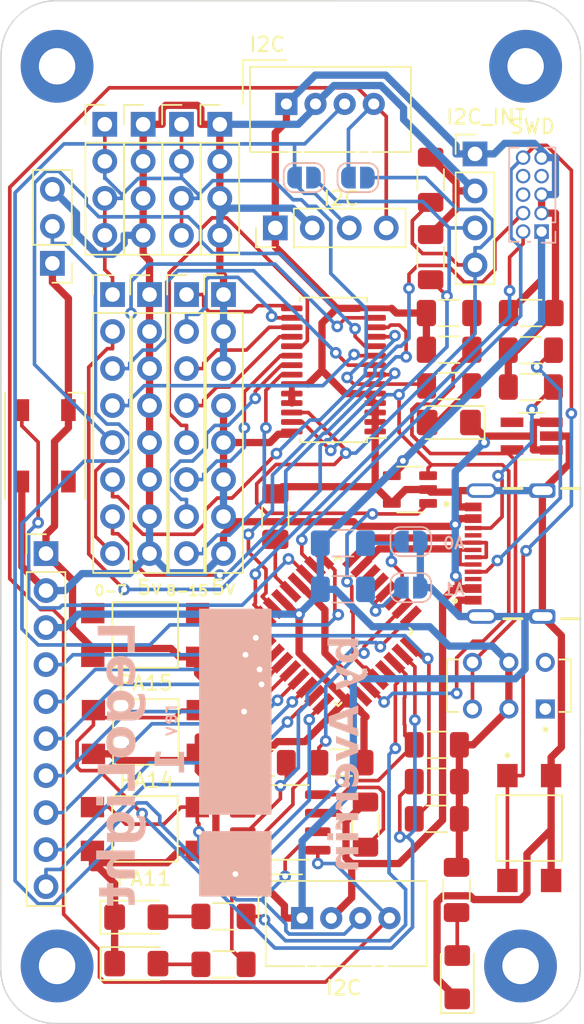
<source format=kicad_pcb>
(kicad_pcb (version 20221018) (generator pcbnew)
  (title_block (comment 4 "AISLER Project ID: WOWXGAFH"))
  (layers (0 "F.Cu" signal) (31 "B.Cu" signal) (34 "B.Paste" user) (35 "F.Paste" user) (36 "B.SilkS" user "B.Silkscreen") (37 "F.SilkS" user "F.Silkscreen") (38 "B.Mask" user) (39 "F.Mask" user) (44 "Edge.Cuts" user))
  (net 0 "")
  (net 1 "GND")
  (net 2 "Net-(U3-VDDCORE)")
  (net 3 "/SDA")
  (net 4 "/SCL")
  (net 5 "/SWDIO")
  (net 6 "/SWCLK")
  (net 10 "/~{RESET}")
  (net 11 "/RX")
  (net 12 "/TX")
  (net 13 "/D-")
  (net 14 "/D+")
  (net 15 "Net-(D2-A)")
  (net 16 "Net-(D3-A)")
  (net 17 "/SDA_INT")
  (net 18 "/SCL_INT")
  (net 19 "/LED1")
  (net 20 "/LED2")
  (net 21 "/LED0")
  (net 22 "/LED3")
  (net 23 "/LED4")
  (net 24 "/LED5")
  (net 25 "/LED6")
  (net 26 "/LED7")
  (net 27 "/LED8")
  (net 28 "/LED9")
  (net 29 "/LED10")
  (net 30 "/LED11")
  (net 31 "/LED12")
  (net 32 "/LED13")
  (net 33 "/LED14")
  (net 34 "/LED15")
  (net 35 "Net-(D4-A)")
  (net 36 "+3.3V")
  (net 38 "+5V")
  (net 39 "Net-(D5-A)")
  (net 40 "/A0")
  (net 41 "/A1")
  (net 43 "Net-(J17-CC2)")
  (net 44 "Net-(J17-CC1)")
  (net 48 "Net-(AP2112K-3.3V1-OUT)")
  (net 49 "/RGB")
  (net 51 "/SCL_3")
  (net 52 "/SDA_3")
  (net 53 "Net-(U4-EN)")
  (net 54 "/PA27")
  (net 55 "/PA00")
  (net 56 "/PA01")
  (net 57 "/PA02")
  (net 58 "/PA03")
  (net 59 "/PA04")
  (net 60 "/PA05")
  (net 61 "/PA06")
  (net 62 "/STATUS_LED")
  (net 63 "/PA07")
  (net 64 "/PA11")
  (net 65 "/PA14")
  (net 66 "/PA15")
  (footprint "MountingHole:MountingHole_2.5mm_Pad" (layer "F.Cu") (at 163.4 136)
    (fp_text reference "MH4" hide)
    (fp_text value "MountingHole_2.5mm_Pad" hide)
  )
  (footprint "Resistor_SMD:R_1206_3216Metric_Pad1.30x1.75mm_HandSolder" (layer "F.Cu") (at 152.75 126.3 90)
    (fp_text reference "R7" hide)
    (fp_text value "200KOHM")
  )
  (footprint "Connector_PinHeader_2.54mm:PinHeader_1x04_P2.54mm_Vertical" (layer "F.Cu") (at 142.748 78.232)
    (fp_text reference "J15" hide)
    (fp_text value "VCC" hide)
  )
  (footprint "SnapEDA Library:GCT_USB4105-GF-A" (layer "F.Cu") (at 164.9 107.696 90)
    (fp_text reference "J17" hide)
    (fp_text value "USB4105-GF-A")
  )
  (footprint "LED_SMD:LED_1206_3216Metric_Pad1.42x1.75mm_HandSolder" (layer "F.Cu") (at 159.054 136.774 90)
    (fp_text reference "D2" hide)
    (fp_text value "RED" hide)
  )
  (footprint "Connector_PinHeader_2.54mm:PinHeader_1x04_P2.54mm_Vertical" (layer "F.Cu") (at 137.4827 78.232)
    (fp_text reference "J13" hide)
    (fp_text value "VCC" hide)
  )
  (footprint "Resistor_SMD:R_1206_3216Metric_Pad1.30x1.75mm_HandSolder" (layer "F.Cu") (at 164.11 93.738 180)
    (fp_text reference "R17" hide)
    (fp_text value "5.1KOHM" hide)
  )
  (footprint "MountingHole:MountingHole_2.5mm_Pad" (layer "F.Cu") (at 131.572 136)
    (fp_text reference "MH2" hide)
    (fp_text value "MountingHole_2.5mm_Pad" hide)
  )
  (footprint "Capacitor_SMD:C_1206_3216Metric_Pad1.33x1.80mm_HandSolder" (layer "F.Cu") (at 164.136 91.186)
    (fp_text reference "C5" hide)
    (fp_text value "10UF" hide)
  )
  (footprint "Capacitor_SMD:C_1206_3216Metric_Pad1.33x1.80mm_HandSolder" (layer "F.Cu") (at 158.496 91.186 180)
    (fp_text reference "C2" hide)
    (fp_text value "1.0UF" hide)
  )
  (footprint "Resistor_SMD:R_1206_3216Metric_Pad1.30x1.75mm_HandSolder" (layer "F.Cu") (at 157.65 125.902)
    (fp_text reference "R13" hide)
    (fp_text value "10KOHM" hide)
  )
  (footprint "SnapEDA Library:SW_EG1271" (layer "F.Cu") (at 162.6 116.764 180)
    (fp_text reference "S5" hide)
    (fp_text value "EG1271" hide)
  )
  (footprint "SnapEDA Library:SW_TL3305AF160QG" (layer "F.Cu") (at 137.624 113.284 180)
    (fp_text reference "PA15")
    (fp_text value "MOMENTARY-SWITCH-SPST-SMD-4.6X2.8MM" hide)
  )
  (footprint "Package_SO:SO-8_3.9x4.9mm_P1.27mm" (layer "F.Cu") (at 146.9 126.15)
    (fp_text reference "U4" hide)
    (fp_text value "PCA9306D")
  )
  (footprint "MountingHole:MountingHole_2.5mm_Pad" (layer "F.Cu") (at 163.75 74.25)
    (fp_text reference "MH3" hide)
    (fp_text value "MountingHole_2.5mm_Pad" hide)
  )
  (footprint "Resistor_SMD:R_1206_3216Metric_Pad1.30x1.75mm_HandSolder" (layer "F.Cu") (at 157.226 82.042 -90)
    (fp_text reference "R5" hide)
    (fp_text value "4k7ohm")
  )
  (footprint "Resistor_SMD:R_1206_3216Metric_Pad1.30x1.75mm_HandSolder" (layer "F.Cu") (at 158.496 96.192 180)
    (fp_text reference "R8" hide)
    (fp_text value "430OHM" hide)
  )
  (footprint "Capacitor_SMD:C_1206_3216Metric_Pad1.33x1.80mm_HandSolder" (layer "F.Cu") (at 146.558 105.156 -90)
    (fp_text reference "C6" hide)
    (fp_text value "1.0UF" hide)
  )
  (footprint "Resistor_SMD:R_1206_3216Metric_Pad1.30x1.75mm_HandSolder" (layer "F.Cu") (at 143.002 132.6)
    (fp_text reference "R4" hide)
    (fp_text value "430OHM" hide)
  )
  (footprint "Package_QFP:TQFP-32_7x7mm_P0.8mm" (layer "F.Cu") (at 150.876 113.03 45)
    (fp_text reference "U3" hide)
    (fp_text value "ATSAMD21E18A-A" hide)
  )
  (footprint "Resistor_SMD:R_1206_3216Metric_Pad1.30x1.75mm_HandSolder" (layer "F.Cu") (at 151.1 122.05 180)
    (fp_text reference "R19" hide)
    (fp_text value "4K7OHM" hide)
  )
  (footprint "Connector:NS-Tech_Grove_1x04_P2mm_Vertical" (layer "F.Cu") (at 148.4 132.715 90)
    (fp_text reference "J7" hide)
    (fp_text value "I2C")
  )
  (footprint "Connector:NS-Tech_Grove_1x04_P2mm_Vertical" (layer "F.Cu") (at 147.32 76.835 90)
    (fp_text reference "J3" hide)
    (fp_text value "I2C")
  )
  (footprint "Connector_PinHeader_2.54mm:PinHeader_1x10_P2.54mm_Vertical" (layer "F.Cu") (at 130.81 107.696)
    (fp_text reference "J5" hide)
    (fp_text value "C1" hide)
  )
  (footprint "LED_SMD:LED_1206_3216Metric_Pad1.42x1.75mm_HandSolder" (layer "F.Cu") (at 137.012 132.65)
    (fp_text reference "D3" hide)
    (fp_text value "BLUE" hide)
  )
  (footprint "LED_SMD:LED_1206_3216Metric_Pad1.42x1.75mm_HandSolder" (layer "F.Cu") (at 158.4735 98.7 180)
    (fp_text reference "D4" hide)
    (fp_text value "BLUE")
  )
  (footprint "Connector_PinHeader_2.54mm:PinHeader_1x03_P2.54mm_Vertical" (layer "F.Cu") (at 131.25 87.775 180)
    (fp_text reference "ALED1" hide)
    (fp_text value "LED_PORT")
  )
  (footprint "Capacitor_SMD:C_1206_3216Metric_Pad1.33x1.80mm_HandSolder" (layer "F.Cu") (at 158.496 93.704 180)
    (fp_text reference "C1" hide)
    (fp_text value "10UF" hide)
  )
  (footprint "Connector_PinHeader_2.54mm:PinHeader_1x08_P2.54mm_Vertical" (layer "F.Cu") (at 140.462 89.916)
    (fp_text reference "J8" hide)
    (fp_text value "8-15")
  )
  (footprint "SnapEDA Library:SW_TL3305AF160QG" (layer "F.Cu") (at 164 126.536 -90)
    (fp_text reference "RESETb1" hide)
    (fp_text value "TL3305AF160QG" hide)
  )
  (footprint "Resistor_SMD:R_1206_3216Metric_Pad1.30x1.75mm_HandSolder" (layer "F.Cu") (at 145.766 122.05)
    (fp_text reference "R6" hide)
    (fp_text value "4K7OHM" hide)
  )
  (footprint "Connector_PinHeader_2.54mm:PinHeader_1x04_P2.54mm_Vertical" (layer "F.Cu") (at 146.558 85.344 90)
    (fp_text reference "J16" hide)
    (fp_text value "I2C")
  )
  (footprint "Package_SO:TSSOP-28_4.4x9.7mm_P0.65mm" (layer "F.Cu") (at 150.5535 95.089 180)
    (fp_text reference "U2" hide)
    (fp_text value "PCA9685PW")
  )
  (footprint "SnapEDA Library:SW_TL3305AF160QG" (layer "F.Cu") (at 137.6 126.6 180)
    (fp_text reference "PA11")
    (fp_text value "MOMENTARY-SWITCH-SPST-SMD-4.6X2.8MM" hide)
  )
  (footprint "LED_SMD:LED_1206_3216Metric_Pad1.42x1.75mm_HandSolder" (layer "F.Cu") (at 137.012 135.84)
    (fp_text reference "D5" hide)
    (fp_text value "BLUE" hide)
  )
  (footprint "Resistor_SMD:R_1206_3216Metric_Pad1.30x1.75mm_HandSolder" (layer "F.Cu") (at 157.65 120.822)
    (fp_text reference "R11" hide)
    (fp_text value "10KOHM" hide)
  )
  (footprint "Connector_PinHeader_2.54mm:PinHeader_1x08_P2.54mm_Vertical" (layer "F.Cu") (at 137.922 89.916)
    (fp_text reference "J25" hide)
    (fp_text value "5v")
  )
  (footprint "MountingHole:MountingHole_2.5mm_Pad" (layer "F.Cu") (at 131.572 74.25)
    (fp_text reference "MH1" hide)
    (fp_text value "MountingHole_2.5mm_Pad" hide)
  )
  (footprint "Resistor_SMD:R_1206_3216Metric_Pad1.30x1.75mm_HandSolder" (layer "F.Cu") (at 157.226 87.35 -90)
    (fp_text reference "R2" hide)
    (fp_text value "4k7ohm")
  )
  (footprint "SnapEDA Library:SOT95P280X145-5N" (layer "F.Cu") (at 155.805 103.3 180)
    (fp_text reference "U1" hide)
    (fp_text value "24LC01BT-I_OT" hide)
  )
  (footprint "Connector_PinHeader_2.54mm:PinHeader_1x04_P2.54mm_Vertical" (layer "F.Cu") (at 160.274 80.264)
    (fp_text reference "J6" hide)
    (fp_text value "I2C_INT")
  )
  (footprint "LED_SMD:LED_SK6812_PLCC4_5.0x5.0mm_P3.2mm" (layer "F.Cu") (at 130.75 100.3 90)
    (fp_text reference "D1" hide)
    (fp_text value "SK6812" hide)
  )
  (footprint "Package_TO_SOT_SMD:SOT-23-5_HandSoldering" (layer "F.Cu") (at 164.164 99.634 180)
    (fp_text reference "AP2112K-3.3V1" hide)
    (fp_text value "AP2112K-3.3V" hide)
  )
  (footprint "Connector_PinHeader_2.54mm:PinHeader_1x04_P2.54mm_Vertical" (layer "F.Cu") (at 140.1153 78.232)
    (fp_text reference "J14" hide)
    (fp_text value "0" hide)
  )
  (footprint "SnapEDA Library:SW_TL3305AF160QG" (layer "F.Cu") (at 137.668 119.942 180)
    (fp_text reference "PA14")
    (fp_text value "MOMENTARY-SWITCH-SPST-SMD-4.6X2.8MM" hide)
  )
  (footprint "Connector_PinHeader_2.54mm:PinHeader_1x08_P2.54mm_Vertical" (layer "F.Cu") (at 143.002 89.916)
    (fp_text reference "J9" hide)
    (fp_text value "5v")
  )
  (footprint "Resistor_SMD:R_1206_3216Metric_Pad1.30x1.75mm_HandSolder" (layer "F.Cu") (at 143.002 135.89)
    (fp_text reference "R14" hide)
    (fp_text value "430OHM" hide)
  )
  (footprint "Resistor_SMD:R_1206_3216Metric_Pad1.30x1.75mm_HandSolder" (layer "F.Cu") (at 157.65 123.35)
    (fp_text reference "R12" hide)
    (fp_text value "10KOHM" hide)
  )
  (footprint "Resistor_SMD:R_1206_3216Metric_Pad1.30x1.75mm_HandSolder" (layer "F.Cu") (at 159.004 130.784 90)
    (fp_text reference "R3" hide)
    (fp_text value "430OHM" hide)
  )
  (footprint "Connector_PinHeader_2.54mm:PinHeader_1x04_P2.54mm_Vertical" (layer "F.Cu") (at 134.85 78.232)
    (fp_text reference "J12" hide)
    (fp_text value "0" hide)
  )
  (footprint "Resistor_SMD:R_1206_3216Metric_Pad1.30x1.75mm_HandSolder" (layer "F.Cu") (at 164.11 96.266 180)
    (fp_text reference "R18" hide)
    (fp_text value "5.1KOHM" hide)
  )
  (footprint "Connector_PinHeader_2.54mm:PinHeader_1x08_P2.54mm_Vertical" (layer "F.Cu") (at 135.382 89.916)
    (fp_text reference "J24" hide)
    (fp_text value "0-7")
  )
  (footprint "Jumper:SolderJumper-2_P1.3mm_Open_RoundedPad1.0x1.5mm" (layer "B.Cu") (at 155.868 106.872 180)
    (fp_text reference "JP2" hide)
    (fp_text value "A0")
  )
  (footprint "Resistor_SMD:R_1206_3216Metric_Pad1.30x1.75mm_HandSolder" (layer "B.Cu") (at 151.2 110.15 180)
    (fp_text reference "R10" hide)
    (fp_text value "4K7OHM" hide)
  )
  (footprint "Jumper:SolderJumper-2_P1.3mm_Open_RoundedPad1.0x1.5mm" (layer "B.Cu") (at 152.2303 81.8897)
    (fp_text reference "JP1" hide)
    (fp_text value "A1")
  )
  (footprint "Connector_PinSocket_1.27mm:PinSocket_2x05_P1.27mm_Vertical" (layer "B.Cu") (at 164.846 85.598)
    (fp_text reference "J4" hide)
    (fp_text value "SWD")
  )
  (footprint "Jumper:SolderJumper-2_P1.3mm_Open_RoundedPad1.0x1.5mm" (layer "B.Cu") (at 155.868 110.032 180)
    (fp_text reference "JP3" hide)
    (fp_text value "A1")
  )
  (footprint "Jumper:SolderJumper-2_P1.3mm_Open_RoundedPad1.0x1.5mm" (layer "B.Cu") (at 148.5323 81.8897)
    (fp_text reference "JP4" hide)
    (fp_text value "A1")
  )
  (footprint "Resistor_SMD:R_1206_3216Metric_Pad1.30x1.75mm_HandSolder" (layer "B.Cu") (at 151.2 106.984 180)
    (fp_text reference "R9" hide)
    (fp_text value "4K7OHM" hide)
  )
  (gr_rect (start 141.4 111.5523) (end 146.226 125.5477) (stroke (width 0.15)) (fill solid) (layer "B.SilkS"))
  (gr_rect (start 141.4 126.8177) (end 146.226 131.1611) (stroke (width 0.15)) (fill solid) (layer "B.SilkS"))
  (gr_line (start 127.72665 73.50165) (end 127.70165 136.19835) (stroke (width 0.1)) (layer "Edge.Cuts"))
  (gr_line (start 163.775 69.75) (end 131.47665 69.75165) (stroke (width 0.1)) (layer "Edge.Cuts"))
  (gr_arc (start 127.72665 73.50165) (mid 128.825 70.85) (end 131.47665 69.75165) (stroke (width 0.1)) (layer "Edge.Cuts"))
  (gr_line (start 167.525 73.5) (end 167.5 136.1967) (stroke (width 0.1)) (layer "Edge.Cuts"))
  (gr_arc (start 167.5 136.1967) (mid 166.40165 138.84835) (end 163.75 139.9467) (stroke (width 0.1)) (layer "Edge.Cuts"))
  (gr_arc (start 131.45165 139.94835) (mid 128.8 138.85) (end 127.70165 136.19835) (stroke (width 0.1)) (layer "Edge.Cuts"))
  (gr_line (start 131.45165 139.94835) (end 163.75 139.9467) (stroke (width 0.1)) (layer "Edge.Cuts"))
  (gr_arc (start 163.775 69.75) (mid 166.42665 70.84835) (end 167.525 73.5) (stroke (width 0.1)) (layer "Edge.Cuts"))
  (gr_text "1" (at 140.638 120.9757 90) (layer "B.SilkS") (effects (font (size 2 2) (thickness 0.3) bold) (justify left bottom mirror)))
  (gr_text "by Averrin" (at 152.6 113.3 90) (layer "B.SilkS") (effects (font (size 2 2) (thickness 0.3) bold) (justify left bottom mirror)))
  (gr_text "LegoLight" (at 137.336 112.3397 90) (layer "B.SilkS") (effects (font (size 2.5 2.5) (thickness 0.3) bold) (justify left bottom mirror)))
  (gr_text "rev" (at 139.876 117.9277 90) (layer "B.SilkS") (effects (font (size 1 1)) (justify left bottom mirror)))
  (segment (start 157.226 103.476) (end 157.05 103.3) (width 0.5) (layer "F.Cu") (net 1))
  (segment (start 165.5 122.936) (end 165.5 126.6485) (width 0.5) (layer "F.Cu") (net 1))
  (segment (start 165.5 126.6485) (end 163.8411 128.3074) (width 0.5) (layer "F.Cu") (net 1))
  (segment (start 142.478 124.245) (end 142.478 123.804) (width 0.5) (layer "F.Cu") (net 1))
  (segment (start 131.398 105.806) (end 130.81 106.394) (width 0.5) (layer "F.Cu") (net 1))
  (segment (start 134.439 129.252) (end 134.439 129.062) (width 0.5) (layer "F.Cu") (net 1))
  (segment (start 139.133 128.915) (end 139.948 128.1) (width 0.5) (layer "F.Cu") (net 1))
  (segment (start 166.206 120.978) (end 165.5 121.684) (width 0.5) (layer "F.Cu") (net 1))
  (segment (start 149.764 95.1248) (end 149.764 91.8749) (width 0.5) (layer "F.Cu") (net 1))
  (segment (start 146.5581 103.5935) (end 146.5583 103.5937) (width 0.5) (layer "F.Cu") (net 1))
  (segment (start 131.398 100.004) (end 131.398 105.806) (width 0.5) (layer "F.Cu") (net 1))
  (segment (start 147.186 131.859) (end 144.145 128.818) (width 0.5) (layer "F.Cu") (net 1))
  (segment (start 165.6985 91.1858) (end 165.6985 91.186) (width 0.5) (layer "F.Cu") (net 1))
  (segment (start 134.585 128.915) (end 139.133 128.915) (width 0.5) (layer "F.Cu") (net 1))
  (segment (start 165.5 121.684) (end 165.5 122.936) (width 0.5) (layer "F.Cu") (net 1))
  (segment (start 154.549 90.8632) (end 153.417 90.8632) (width 0.4006) (layer "F.Cu") (net 1))
  (segment (start 147.186 132.715) (end 147.186 131.859) (width 0.5) (layer "F.Cu") (net 1))
  (segment (start 134 129.252) (end 134.439 129.252) (width 0.5) (layer "F.Cu") (net 1))
  (segment (start 141.268 121.442) (end 141.268 120.29) (width 0.5) (layer "F.Cu") (net 1))
  (segment (start 132.35 99.0519) (end 131.398 100.004) (width 0.5) (layer "F.Cu") (net 1))
  (segment (start 130.81 106.394) (end 130.81 107.696) (width 0.5) (layer "F.Cu") (net 1))
  (segment (start 152.283 90.8632) (end 153.415 90.8632) (width 0.4006) (layer "F.Cu") (net 1))
  (segment (start 163.8411 128.3074) (end 163.8411 130.9976) (width 0.5) (layer "F.Cu") (net 1))
  (segment (start 141.268 121.442) (end 141.268 121.905) (width 0.5) (layer "F.Cu") (net 1))
  (segment (start 139.396 114.208) (end 134.024 114.208) (width 0.5) (layer "F.Cu") (net 1))
  (segment (start 135.524 132.1715) (end 135.5245 132.172) (width 0.5) (layer "F.Cu") (net 1))
  (segment (start 147.692 96.0648) (end 147.691 96.064) (width 0.4006) (layer "F.Cu") (net 1))
  (segment (start 151.354 96.7148) (end 149.764 95.1248) (width 0.5) (layer "F.Cu") (net 1))
  (segment (start 152.467 117.449) (end 152.467 117.4494) (width 0.5) (layer "F.Cu") (net 1))
  (segment (start 148.824 96.0648) (end 147.692 96.0648) (width 0.4006) (layer "F.Cu") (net 1))
  (segment (start 155.51 103.3) (end 154.56 104.25) (width 0.5) (layer "F.Cu") (net 1))
  (segment (start 142.529 117.241) (end 141.224 115.936) (width 0.5) (layer "F.Cu") (net 1))
  (segment (start 163.3948 131.4439) (end 160.1914 131.4439) (width 0.5) (layer "F.Cu") (net 1))
  (segment (start 151.677 116.469) (end 151.677 116.229) (width 0.5) (layer "F.Cu") (net 1))
  (segment (start 135.524 135.84) (end 135.524 134.0051) (width 0.5) (layer "F.Cu") (net 1))
  (segment (start 142.452 128.1) (end 142.478 128.074) (width 0.5) (layer "F.Cu") (net 1))
  (segment (start 156.934 91.186) (end 156.9335 91.186) (width 0.5) (layer "F.Cu") (net 1))
  (segment (start 165.798 91.0866) (end 165.748 91.1363) (width 0.5) (layer "F.Cu") (net 1))
  (segment (start 166.746 101.53) (end 164.9 103.376) (width 0.5) (layer "F.Cu") (net 1))
  (segment (start 163.146 93.738) (end 162.56 93.738) (width 0.5) (layer "F.Cu") (net 1))
  (segment (start 149.966 114.518) (end 151.677 116.229) (width 0.5) (layer "F.Cu") (net 1))
  (segment (start 141.268 120.29) (end 141.619 120.29) (width 0.5) (layer "F.Cu") (net 1))
  (segment (start 153.416 96.7148) (end 153.416 96.714) (width 0.4006) (layer "F.Cu") (net 1))
  (segment (start 151.582 116.564) (end 151.677 116.469) (width 0.5) (layer "F.Cu") (net 1))
  (segment (start 135.524 134.0051) (end 135.524 132.1715) (width 0.5) (layer "F.Cu") (net 1))
  (segment (start 166.206 113.322) (end 166.206 120.978) (width 0.5) (layer "F.Cu") (net 1))
  (segment (start 165.514 99.634) (end 166.746 99.634) (width 0.5) (layer "F.Cu") (net 1))
  (segment (start 148.154 109.742) (end 149.966 111.555) (width 0.5) (layer "F.Cu") (net 1))
  (segment (start 150.775 90.8632) (end 146.558 86.6459) (width 0.5) (layer "F.Cu") (net 1))
  (segment (start 149.764 91.8749) (end 150.775 90.8632) (width 0.5) (layer "F.Cu") (net 1))
  (segment (start 134.439 129.062) (end 134.585 128.915) (width 0.5) (layer "F.Cu") (net 1))
  (segment (start 159.9332 131.1857) (end 158.0898 131.1857) (width 0.5) (layer "F.Cu") (net 1))
  (segment (start 148.1536 109.742) (end 148.154 109.742) (width 0.5) (layer "F.Cu") (net 1))
  (segment (start 156.9335 93.704) (end 156.934 93.704) (width 0.5) (layer "F.Cu") (net 1))
  (segment (start 135.32 121.442) (end 135.783 121.905) (width 0.5) (layer "F.Cu") (net 1))
  (segment (start 157.05 103.3) (end 155.51 103.3) (width 0.5) (layer "F.Cu") (net 1))
  (segment (start 153.416 98.014) (end 153.416 98.664) (width 0.5) (layer "F.Cu") (net 1))
  (segment (start 159.118 111.916) (end 159.218 112.016) (width 0.5) (layer "F.Cu") (net 1))
  (segment (start 154.871 91.186) (end 154.549 90.8632) (width 0.5) (layer "F.Cu") (net 1))
  (segment (start 159.118 103.476) (end 157.226 103.476) (width 0.5) (layer "F.Cu") (net 1))
  (segment (start 134.024 114.208) (end 132.634 112.818) (width 0.5) (layer "F.Cu") (net 1))
  (segment (start 162.56 93.738) (end 162.56 96.266) (width 0.5) (layer "F.Cu") (net 1))
  (segment (start 152.283 96.7148) (end 152.767 96.7148) (width 0.4006) (layer "F.Cu") (net 1))
  (segment (start 160.145 104.496) (end 159.118 104.496) (width 0.5) (layer "F.Cu") (net 1))
  (segment (start 139.948 128.1) (end 141.2 128.1) (width 0.5) (layer "F.Cu") (net 1))
  (segment (start 153.415 90.8632) (end 153.416 90.864) (width 0.4006) (layer "F.Cu") (net 1))
  (segment (start 153.416 103.106) (end 154.56 104.25) (width 0.5) (layer "F.Cu") (net 1))
  (segment (start 166.746 99.634) (end 166.746 101.53) (width 0.5) (layer "F.Cu") (net 1))
  (segment (start 153.417 90.8632) (end 153.416 90.864) (width 0.4006) (layer "F.Cu") (net 1))
  (segment (start 135.524 132.1715) (end 135.524 130.338) (width 0.5) (layer "F.Cu") (net 1))
  (segment (start 152.283 96.7148) (end 151.354 96.7148) (width 0.5) (layer "F.Cu") (net 1))
  (segment (start 157.6663 136.8738) (end 159.054 138.2615) (width 0.5) (layer "F.Cu") (net 1))
  (segment (start 147.691 96.6315) (end 147.691 96.714) (width 0.5) (layer "F.Cu") (net 1))
  (segment (start 132.634 112.818) (end 132.634 109.52) (width 0.5) (layer "F.Cu") (net 1))
  (segment (start 157.6663 131.6092) (end 157.6663 136.8738) (width 0.5) (layer "F.Cu") (net 1))
  (segment (start 152.467 117.449) (end 151.582 116.564) (width 0.5) (layer "F.Cu") (net 1))
  (segment (start 132.634 109.52) (end 130.81 107.696) (width 0.5) (layer "F.Cu") (net 1))
  (segment (start 147.692 96.6307) (end 147.691 96.6315) (width 0.4006) (layer "F.Cu") (net 1))
  (segment (start 160.145 110.896) (end 159.118 110.896) (width 0.5) (layer "F.Cu") (net 1))
  (segment (start 153.416 98.664) (end 153.416 99.314) (width 0.5) (layer "F.Cu") (net 1))
  (segment (start 147.691 97.3615) (end 147.691 96.714) (width 0.5) (layer "F.Cu") (net 1))
  (segment (start 149.966 111.555) (end 149.966 114.518) (width 0.5) (layer "F.Cu") (net 1))
  (segment (start 153.416 103.106) (end 153.416 99.314) (width 0.5) (layer "F.Cu") (net 1))
  (segment (start 146.558 103.5935) (end 146.5581 103.5935) (width 0.5) (layer "F.Cu") (net 1))
  (segment (start 134.024 114.784) (end 134.024 114.208) (width 0.5) (layer "F.Cu") (net 1))
  (segment (start 144.145 128.818) (end 143.17 128.818) (width 0.5) (layer "F.Cu") (net 1))
  (segment (start 153.227 96.9036) (end 153.416 96.7148) (width 0.4006) (layer "F.Cu") (net 1))
  (segment (start 141.224 115.936) (end 141.224 114.784) (width 0.5) (layer "F.Cu") (net 1))
  (segment (start 142.478 123.804) (end 141.268 122.594) (width 0.5) (layer "F.Cu") (net 1))
  (segment (start 143.17 128.818) (end 142.452 128.1) (width 0.5) (layer "F.Cu") (net 1))
  (segment (start 141.2 128.1) (end 142.452 128.1) (width 0.5) (layer "F.Cu") (net 1))
  (segment (start 147.32 78.0489) (end 146.558 78.8109) (width 0.5) (layer "F.Cu") (net 1))
  (segment (start 159.218 112.016) (end 160.72 112.016) (width 0.5) (layer "F.Cu") (net 1))
  (segment (start 142.478 128.074) (end 142.478 124.245) (width 0.5) (layer "F.Cu") (net 1))
  (segment (start 153.416 98.014) (end 153.416 97.364) (width 0.5) (layer "F.Cu") (net 1))
  (segment (start 156.9335 91.186) (end 154.871 91.186) (width 0.5) (layer "F.Cu") (net 1))
  (segment (start 146.5583 103.5937) (end 147.046 103.106) (width 0.5) (layer "F.Cu") (net 1))
  (segment (start 141.268 122.594) (end 141.268 121.905) (width 0.5) (layer "F.Cu") (net 1))
  (segment (start 165.748 91.1363) (end 165.6985 91.1858) (width 0.5) (layer "F.Cu") (net 1))
  (segment (start 159.218 103.376) (end 159.118 103.476) (width 0.5) (layer "F.Cu") (net 1))
  (segment (start 164.846 83.058) (end 164.846 84.328) (width 0.5) (layer "F.Cu") (net 1))
  (segment (start 164.9 112.016) (end 166.206 113.322) (width 0.5) (layer "F.Cu") (net 1))
  (segment (start 150.775 90.8632) (end 152.283 90.8632) (width 0.5) (layer "F.Cu") (net 1))
  (segment (start 147.32 76.835) (end 147.32 78.0489) (width 0.5) (layer "F.Cu") (net 1))
  (segment (start 135.5245 134.0056) (end 135.5245 135.84) (width 0.5) (layer "F.Cu") (net 1))
  (segment (start 135.524 134.0051) (end 135.5245 134.0056) (width 0.5) (layer "F.Cu") (net 1))
  (segment (start 163.8411 130.9976) (end 163.3948 131.4439) (width 0.5) (layer "F.Cu") (net 1))
  (segment (start 165.748 91.1363) (end 165.698 91.186) (width 0.5) (layer "F.Cu") (net 1))
  (segment (start 134 128.1) (end 134 129.252) (width 0.5) (layer "F.Cu") (net 1))
  (segment (start 132.35 97.85) (end 132.35 90.1769) (width 0.5) (layer "F.Cu") (net 1))
  (segment (start 141.224 114.784) (end 139.972 114.784) (width 0.5) (layer "F.Cu") (net 1))
  (segment (start 149.764 95.1248) (end 148.824 96.0648) (width 0.5) (layer "F.Cu") (net 1))
  (segment (start 147.692 96.0648) (end 147.692 96.6307) (width 0.4006) (layer "F.Cu") (net 1))
  (segment (start 158.0898 131.1857) (end 157.6663 131.6092) (width 0.5) (layer "F.Cu") (net 1))
  (segment (start 164.9 103.376) (end 164.9 112.016) (width 0.5) (layer "F.Cu") (net 1))
  (segment (start 165.698 91.186) (end 163.146 93.738) (width 0.5) (layer "F.Cu") (net 1))
  (segment (start 152.767 96.7148) (end 153.091 97.0394) (width 0.4006) (layer "F.Cu") (net 1))
  (segment (start 160.72 103.376) (end 159.218 103.376) (width 0.5) (layer "F.Cu") (net 1))
  (segment (start 132.35 90.1769) (end 131.25 89.0769) (width 0.5) (layer "F.Cu") (net 1))
  (segment (start 135.783 121.905) (end 141.268 121.905) (width 0.5) (layer "F.Cu") (net 1))
  (segment (start 146.558 78.8109) (end 146.558 85.344) (width 0.5) (layer "F.Cu") (net 1))
  (segment (start 160.1914 131.4439) (end 159.9332 131.1857) (width 0.5) (layer "F.Cu") (net 1))
  (segment (start 147.046 103.106) (end 153.416 103.106) (width 0.5) (layer "F.Cu") (net 1))
  (segment (start 131.25 89.0769) (end 131.25 87.775) (width 0.5) (layer "F.Cu") (net 1))
  (segment (start 142.529 119.38) (end 142.529 117.241) (width 0.5) (layer "F.Cu") (net 1))
  (segment (start 156.934 93.704) (end 156.934 91.186) (width 0.5) (layer "F.Cu") (net 1))
  (segment (start 146.558 103.594) (end 146.5583 103.5937) (width 0.5) (layer "F.Cu") (net 1))
  (segment (start 139.972 114.784) (end 139.396 114.208) (width 0.5) (layer "F.Cu") (net 1))
  (segment (start 146.558 86.6459) (end 146.558 85.344) (width 0.5) (layer "F.Cu") (net 1))
  (segment (start 141.619 120.29) (end 142.529 119.38) (width 0.5) (layer "F.Cu") (net 1))
  (segment (start 165.5 126.6485) (end 165.5 130.136) (width 0.5) (layer "F.Cu") (net 1))
  (segment (start 142.478 124.245) (end 144.325 124.245) (width 0.5) (layer "F.Cu") (net 1))
  (segment (start 153.091 97.0394) (end 153.416 97.364) (width 0.4006) (layer "F.Cu") (net 1))
  (segment (start 164.846 84.328) (end 165.798 84.328) (width 0.5) (layer "F.Cu") (net 1))
  (segment (start 135.5245 132.172) (end 135.5245 132.65) (width 0.5) (layer "F.Cu") (net 1))
  (segment (start 147.691 97.3615) (end 147.691 97.364) (width 0.4006) (layer "F.Cu") (net 1))
  (segment (start 159.118 104.496) (end 159.118 103.476) (width 0.5) (layer "F.Cu") (net 1))
  (segment (start 134.068 121.442) (end 135.32 121.442) (width 0.5) (layer "F.Cu") (net 1))
  (segment (start 153.091 97.0394) (end 153.227 96.9036) (width 0.5) (layer "F.Cu") (net 1))
  (segment (start 159.118 110.896) (end 159.118 111.916) (width 0.5) (layer "F.Cu") (net 1))
  (segment (start 148.4 132.715) (end 147.186 132.715) (width 0.5) (layer "F.Cu") (net 1))
  (segment (start 135.524 130.338) (end 134.439 129.252) (width 0.5) (layer "F.Cu") (net 1))
  (segment (start 165.798 84.328) (end 165.798 91.0866) (width 0.5) (layer "F.Cu") (net 1))
  (segment (start 132.35 97.85) (end 132.35 99.0519) (width 0.5) (layer "F.Cu") (net 1))
  (via (at 151.677 116.229) (size 0.8) (drill 0.4) (layers "F.Cu" "B.Cu") (net 1))
  (segment (start 165.798 80.518) (end 165.322 80.518) (width 0.5) (layer "B.Cu") (net 1))
  (segment (start 151.918 116.47) (end 151.677 116.229) (width 0.5) (layer "B.Cu") (net 1))
  (segment (start 164.9 103.376) (end 160.72 103.376) (width 0.5) (layer "B.Cu") (net 1))
  (segment (start 151.918 123.902) (end 148.4 127.42) (width 0.5) (layer "B.Cu") (net 1))
  (segment (start 158.972 79.6944) (end 154.132 74.8544) (width 0.5) (layer "B.Cu") (net 1))
  (segment (start 160.72 112.016) (end 163.71 112.016) (width 0.5) (layer "B.Cu") (net 1))
  (segment (start 160.274 80.264) (end 158.972 80.264) (width 0.5) (layer "B.Cu") (net 1))
  (segment (start 157.234 110.032) (end 159.218 112.016) (width 0.5) (layer "B.Cu") (net 1))
  (segment (start 158.972 80.264) (end 158.972 79.6944) (width 0.5) (layer "B.Cu") (net 1))
  (segment (start 152.1 116.288) (end 151.918 116.47) (width 0.5) (layer "B.Cu") (net 1))
  (segment (start 164.9 112.016) (end 163.71 112.016) (width 0.5) (layer "B.Cu") (net 1))
  (segment (start 159.218 112.016) (end 160.72 112.016) (width 0.5) (layer "B.Cu") (net 1))
  (segment (start 164.344 79.5397) (end 165.322 80.518) (width 0.5) (layer "B.Cu") (net 1))
  (segment (start 148.4 127.42) (end 148.4 132.715) (width 0.5) (layer "B.Cu") (net 1))
  (segment (start 162.3 79.5397) (end 164.344 79.5397) (width 0.5) (layer "B.Cu") (net 1))
  (segment (start 149.301 74.8544) (end 147.32 76.835) (width 0.5) (layer "B.Cu") (net 1))
  (segment (start 151.918 116.47) (end 151.918 123.902) (width 0.5) (layer "B.Cu") (net 1))
  (segment (start 163.71 115.622) (end 163.043 116.288) (width 0.5) (layer "B.Cu") (net 1))
  (segment (start 156.518 110.032) (end 157.234 110.032) (width 0.5) (layer "B.Cu") (net 1))
  (segment (start 165.798 83.058) (end 165.798 80.518) (width 0.5) (layer "B.Cu") (net 1))
  (segment (start 160.274 80.264) (end 161.576 80.264) (width 0.5) (layer "B.Cu") (net 1))
  (segment (start 163.043 116.288) (end 152.1 116.288) (width 0.5) (layer "B.Cu") (net 1))
  (segment (start 161.576 80.264) (end 162.3 79.5397) (width 0.5) (layer "B.Cu") (net 1))
  (segment (start 164.846 83.058) (end 165.798 83.058) (width 0.5) (layer "B.Cu") (net 1))
  (segment (start 163.71 112.016) (end 163.71 115.622) (width 0.5) (layer "B.Cu") (net 1))
  (segment (start 154.132 74.8544) (end 149.301 74.8544) (width 0.5) (layer "B.Cu") (net 1))
  (segment (start 156.518 110.032) (end 156.518 106.872) (width 0.5) (layer "B.Cu") (net 1))
  (segment (start 164.846 80.518) (end 165.322 80.518) (width 0.5) (layer "B.Cu") (net 1))
  (segment (start 147.0734 109.793) (end 147.588 110.3076) (width 0.25) (layer "F.Cu") (net 2))
  (segment (start 147.073 109.793) (end 146.558 109.278) (width 0.25) (layer "F.Cu") (net 2))
  (segment (start 146.558 106.7185) (end 146.558 106.718) (width 0.25) (layer "F.Cu") (net 2))
  (segment (start 147.073 109.793) (end 147.0734 109.793) (width 0.25) (layer "F.Cu") (net 2))
  (segment (start 147.588 110.308) (end 147.073 109.793) (width 0.25) (layer "F.Cu") (net 2))
  (segment (start 146.558 109.278) (end 146.558 106.7185) (width 0.25) (layer "F.Cu") (net 2))
  (segment (start 149.172 126.785) (end 149.475 126.785) (width 0.25) (layer "F.Cu") (net 3))
  (segment (start 147.235 129.851) (end 147.235 128.722) (width 0.25) (layer "F.Cu") (net 3))
  (segment (start 147.235 128.722) (end 149.172 126.785) (width 0.25) (layer "F.Cu") (net 3))
  (via (at 147.235 129.851) (size 0.8) (drill 0.4) (layers "F.Cu" "B.Cu") (net 3))
  (segment (start 149.261 82.9666) (end 151.638 85.344) (width 0.25) (layer "B.Cu") (net 3))
  (segment (start 147.882 79.5766) (end 132.044 79.5766) (width 0.25) (layer "B.Cu") (net 3))
  (segment (start 128.689 130.156) (end 130.266 131.733) (width 0.25) (layer "B.Cu") (net 3))
  (segment (start 151.32 76.835) (end 148.578 79.5766) (width 0.25) (layer "B.Cu") (net 3))
  (segment (start 135.383 126.497) (end 137.074 124.806) (width 0.25) (layer "B.Cu") (net 3))
  (segment (start 137.723 124.806) (end 138.624 125.707) (width 0.25) (layer "B.Cu") (net 3))
  (segment (start 145.625 131.461) (end 147.235 129.851) (width 0.25) (layer "B.Cu") (net 3))
  (segment (start 148.578 79.5766) (end 147.882 79.5766) (width 0.25) (layer "B.Cu") (net 3))
  (segment (start 147.8823 80.9396) (end 147.8823 81.8897) (width 0.25) (layer "B.Cu") (net 3))
  (segment (start 147.282 133.118) (end 145.625 131.461) (width 0.25) (layer "B.Cu") (net 3))
  (segment (start 147.51 133.811) (end 147.282 133.583) (width 0.25) (layer "B.Cu") (net 3))
  (segment (start 147.882 80.9393) (end 147.882 82.302) (width 0.25) (layer "B.Cu") (net 3))
  (segment (start 147.882 80.9393) (end 147.8823 80.9396) (width 0.25) (layer "B.Cu") (net 3))
  (segment (start 130.266 131.733) (end 131.348 131.733) (width 0.25) (layer "B.Cu") (net 3))
  (segment (start 135.383 127.697) (end 135.383 126.497) (width 0.25) (layer "B.Cu") (net 3))
  (segment (start 147.882 79.5766) (end 147.882 80.9393) (width 0.25) (layer "B.Cu") (net 3))
  (segment (start 128.689 82.9309) (end 128.689 130.156) (width 0.25) (layer "B.Cu") (net 3))
  (segment (start 151.304 133.811) (end 147.51 133.811) (width 0.25) (layer "B.Cu") (net 3))
  (segment (start 131.348 131.733) (end 135.383 127.697) (width 0.25) (layer "B.Cu") (net 3))
  (segment (start 147.882 82.302) (end 148.547 82.9666) (width 0.25) (layer "B.Cu") (net 3))
  (segment (start 138.624 125.707) (end 138.624 126.204) (width 0.25) (layer "B.Cu") (net 3))
  (segment (start 143.881 131.461) (end 145.625 131.461) (width 0.25) (layer "B.Cu") (net 3))
  (segment (start 147.282 133.583) (end 147.282 133.118) (width 0.25) (layer "B.Cu") (net 3))
  (segment (start 152.4 132.715) (end 151.304 133.811) (width 0.25) (layer "B.Cu") (net 3))
  (segment (start 132.044 79.5766) (end 128.689 82.9309) (width 0.25) (layer "B.Cu") (net 3))
  (segment (start 138.624 126.204) (end 143.881 131.461) (width 0.25) (layer "B.Cu") (net 3))
  (segment (start 148.547 82.9666) (end 149.261 82.9666) (width 0.25) (layer "B.Cu") (net 3))
  (segment (start 137.074 124.806) (end 137.723 124.806) (width 0.25) (layer "B.Cu") (net 3))
  (segment (start 128.323 82.5547) (end 128.323 109.419) (width 0.25) (layer "F.Cu") (net 4))
  (segment (start 128.323 109.419) (end 130.447 111.543) (width 0.25) (layer "F.Cu") (net 4))
  (segment (start 131.298 111.543) (end 132.022 112.267) (width 0.25) (layer "F.Cu") (net 4))
  (segment (start 130.447 111.543) (end 131.298 111.543) (width 0.25) (layer "F.Cu") (net 4))
  (segment (start 149.475 128.055) (end 149.475 128.97) (width 0.25) (layer "F.Cu") (net 4))
  (segment (start 135.152 75.7255) (end 128.323 82.5547) (width 0.25) (layer "F.Cu") (net 4))
  (segment (start 150.008 137.107) (end 154.4 132.715) (width 0.25) (layer "F.Cu") (net 4))
  (segment (start 134.825 137.107) (end 150.008 137.107) (width 0.25) (layer "F.Cu") (net 4))
  (segment (start 134.484 136.766) (end 134.825 137.107) (width 0.25) (layer "F.Cu") (net 4))
  (segment (start 132.022 112.267) (end 132.022 132.452) (width 0.25) (layer "F.Cu") (net 4))
  (segment (start 153.32 76.835) (end 152.21 75.7255) (width 0.25) (layer "F.Cu") (net 4))
  (segment (start 132.022 132.452) (end 134.484 134.914) (width 0.25) (layer "F.Cu") (net 4))
  (segment (start 154.178 85.344) (end 154.178 77.693) (width 0.25) (layer "F.Cu") (net 4))
  (segment (start 154.178 77.693) (end 153.32 76.835) (width 0.25) (layer "F.Cu") (net 4))
  (segment (start 134.484 134.914) (end 134.484 136.766) (width 0.25) (layer "F.Cu") (net 4))
  (segment (start 152.21 75.7255) (end 135.152 75.7255) (width 0.25) (layer "F.Cu") (net 4))
  (via (at 149.475 128.97) (size 0.8) (drill 0.4) (layers "F.Cu" "B.Cu") (net 4))
  (segment (start 153.32 76.835) (end 151.58 78.5747) (width 0.25) (layer "B.Cu") (net 4))
  (segment (start 154.4 132.715) (end 150.655 128.97) (width 0.25) (layer "B.Cu") (net 4))
  (segment (start 151.58 80.2322) (end 151.58 81.8897) (width 0.25) (layer "B.Cu") (net 4))
  (segment (start 151.58 80.2322) (end 151.5803 80.2325) (width 0.25) (layer "B.Cu") (net 4))
  (segment (start 151.5803 80.2325) (end 151.5803 81.8897) (width 0.25) (layer "B.Cu") (net 4))
  (segment (start 150.655 128.97) (end 149.475 128.97) (width 0.25) (layer "B.Cu") (net 4))
  (segment (start 151.58 78.5747) (end 151.58 80.2322) (width 0.25) (layer "B.Cu") (net 4))
  (segment (start 145.4925 111.6065) (end 145.4927 111.6065) (width 0.25) (layer "F.Cu") (net 5))
  (segment (start 145.4927 111.6065) (end 145.8909 112.0047) (width 0.25) (layer "F.Cu") (net 5))
  (segment (start 145.891 112.005) (end 145.4925 111.6065) (width 0.25) (layer "F.Cu") (net 5))
  (segment (start 162.649 87.3516) (end 162.649 89.6545) (width 0.25) (layer "F.Cu") (net 5))
  (segment (start 145.19 111.112) (end 145.19 109.112) (width 0.25) (layer "F.Cu") (net 5))
  (segment (start 145.4925 111.6065) (end 145.094 111.208) (width 0.25) (layer "F.Cu") (net 5))
  (segment (start 163.576 85.598) (end 163.576 86.4249) (width 0.25) (layer "F.Cu") (net 5))
  (segment (start 145.094 111.208) (end 145.19 111.112) (width 0.25) (layer "F.Cu") (net 5))
  (segment (start 163.576 86.4249) (end 162.649 87.3516) (width 0.25) (layer "F.Cu") (net 5))
  (via (at 145.19 109.112) (size 0.8) (drill 0.4) (layers "F.Cu" "B.Cu") (net 5))
  (via (at 162.649 89.6545) (size 0.8) (drill 0.4) (layers "F.Cu" "B.Cu") (net 5))
  (segment (start 145.19 109.112) (end 145.19 108.891) (width 0.25) (layer "B.Cu") (net 5))
  (segment (start 145.19 108.891) (end 162.649 91.4314) (width 0.25) (layer "B.Cu") (net 5))
  (segment (start 162.649 91.4314) (end 162.649 89.6545) (width 0.25) (layer "B.Cu") (net 5))
  (segment (start 159.533 89.0609) (end 158.394 87.9221) (width 0.25) (layer "F.Cu") (net 6))
  (segment (start 145.66 110.642) (end 145.917 110.385) (width 0.25) (layer "F.Cu") (net 6))
  (segment (start 160.781 89.0609) (end 159.533 89.0609) (width 0.25) (layer "F.Cu") (net 6))
  (segment (start 145.917 108.78) (end 144.713 107.576) (width 0.25) (layer "F.Cu") (net 6))
  (segment (start 146.4566 111.4386) (end 145.66 110.642) (width 0.25) (layer "F.Cu") (net 6))
  (segment (start 146.4566 111.4386) (end 146.4566 111.439) (width 0.25) (layer "F.Cu") (net 6))
  (segment (start 163.576 84.328) (end 161.636 86.2677) (width 0.25) (layer "F.Cu") (net 6))
  (segment (start 161.636 86.2677) (end 161.636 88.2056) (width 0.25) (layer "F.Cu") (net 6))
  (segment (start 158.394 87.9221) (end 156.337 87.9221) (width 0.25) (layer "F.Cu") (net 6))
  (segment (start 144.713 107.576) (end 144.713 106.375) (width 0.25) (layer "F.Cu") (net 6))
  (segment (start 161.636 88.2056) (end 160.781 89.0609) (width 0.25) (layer "F.Cu") (net 6))
  (segment (start 156.337 87.9221) (end 155.74 88.5192) (width 0.25) (layer "F.Cu") (net 6))
  (segment (start 146.457 111.439) (end 146.4566 111.4386) (width 0.25) (layer "F.Cu") (net 6))
  (segment (start 155.74 88.5192) (end 155.74 89.4916) (width 0.25) (layer "F.Cu") (net 6))
  (segment (start 145.917 110.385) (end 145.917 108.78) (width 0.25) (layer "F.Cu") (net 6))
  (via (at 155.74 89.4916) (size 0.8) (drill 0.4) (layers "F.Cu" "B.Cu") (net 6))
  (via (at 144.713 106.375) (size 0.8) (drill 0.4) (layers "F.Cu" "B.Cu") (net 6))
  (segment (start 155.74 92.9119) (end 155.187 93.465) (width 0.25) (layer "B.Cu") (net 6))
  (segment (start 155.187 93.465) (end 154.935 93.465) (width 0.25) (layer "B.Cu") (net 6))
  (segment (start 146.362 104.726) (end 144.713 106.375) (width 0.25) (layer "B.Cu") (net 6))
  (segment (start 146.362 102.313) (end 146.362 104.726) (width 0.25) (layer "B.Cu") (net 6))
  (segment (start 155.74 89.4916) (end 155.74 92.9119) (width 0.25) (layer "B.Cu") (net 6))
  (segment (start 154.935 93.465) (end 153.398 95.0013) (width 0.25) (layer "B.Cu") (net 6))
  (segment (start 153.398 95.4255) (end 149.84 98.9836) (width 0.25) (layer "B.Cu") (net 6))
  (segment (start 149.691 98.9836) (end 146.362 102.313) (width 0.25) (layer "B.Cu") (net 6))
  (segment (start 149.84 98.9836) (end 149.691 98.9836) (width 0.25) (layer "B.Cu") (net 6))
  (segment (start 153.398 95.0013) (end 153.398 95.4255) (width 0.25) (layer "B.Cu") (net 6))
  (segment (start 149.285 108.611) (end 148.832 108.158) (width 0.25) (layer "F.Cu") (net 10))
  (segment (start 165.181 79.6787) (end 166.892 81.39) (width 0.25) (layer "F.Cu") (net 10))
  (segment (start 148.832 108.158) (end 148.8324 108.158) (width 0.25) (layer "F.Cu") (net 10))
  (segment (start 162.5 122.936) (end 163.527 122.936) (width 0.25) (layer "F.Cu") (net 10))
  (segment (start 163.527 122.936) (end 163.581 122.882) (width 0.25) (layer "F.Cu") (net 10))
  (segment (start 166.892 81.39) (end 166.892 98.0767) (width 0.25) (layer "F.Cu") (net 10))
  (segment (start 163.581 122.882) (end 163.581 107.702) (width 0.25) (layer "F.Cu") (net 10))
  (segment (start 163.581 107.702) (end 163.779 107.504) (width 0.25) (layer "F.Cu") (net 10))
  (segment (start 148.379 107.705) (end 148.379 106.747) (width 0.25) (layer "F.Cu") (net 10))
  (segment (start 148.8324 108.158) (end 149.285 108.6106) (width 0.25) (layer "F.Cu") (net 10))
  (segment (start 148.832 108.158) (end 148.379 107.705) (width 0.25) (layer "F.Cu") (net 10))
  (segment (start 163.576 80.518) (end 164.415 79.6787) (width 0.25) (layer "F.Cu") (net 10))
  (segment (start 164.415 79.6787) (end 165.181 79.6787) (width 0.25) (layer "F.Cu") (net 10))
  (segment (start 162.5 130.136) (end 162.5 122.936) (width 0.25) (layer "F.Cu") (net 10))
  (via (at 166.892 98.0767) (size 0.8) (drill 0.4) (layers "F.Cu" "B.Cu") (net 10))
  (via (at 163.779 107.504) (size 0.8) (drill 0.4) (layers "F.Cu" "B.Cu") (net 10))
  (via (at 148.379 106.747) (size 0.8) (drill 0.4) (layers "F.Cu" "B.Cu") (net 10))
  (segment (start 162.739 86.0121) (end 162.739 81.3548) (width 0.25) (layer "B.Cu") (net 10))
  (segment (start 163.412 86.6852) (end 162.739 86.0121) (width 0.25) (layer "B.Cu") (net 10))
  (segment (start 148.379 106.747) (end 148.379 106.412) (width 0.25) (layer "B.Cu") (net 10))
  (segment (start 166.892 104.391) (end 163.779 107.504) (width 0.25) (layer "B.Cu") (net 10))
  (segment (start 163.412 91.379) (end 163.412 86.6852) (width 0.25) (layer "B.Cu") (net 10))
  (segment (start 148.379 106.412) (end 163.412 91.379) (width 0.25) (layer "B.Cu") (net 10))
  (segment (start 162.739 81.3548) (end 163.576 80.518) (width 0.25) (layer "B.Cu") (net 10))
  (segment (start 166.892 98.0767) (end 166.892 104.391) (width 0.25) (layer "B.Cu") (net 10))
  (segment (start 158.745 107.375) (end 158.816 107.446) (width 0.25) (layer "F.Cu") (net 13))
  (segment (start 152.467 108.6106) (end 152.467 108.575) (width 0.5) (layer "F.Cu") (net 13))
  (segment (start 152.467 108.575) (end 153.667 107.375) (width 0.5) (layer "F.Cu") (net 13))
  (segment (start 159.243 107.446) (end 160.145 107.446) (width 0.25) (layer "F.Cu") (net 13))
  (segment (start 159.243 108.446) (end 159.243 107.446) (width 0.25) (layer "F.Cu") (net 13))
  (segment (start 153.667 107.375) (end 158.745 107.375) (width 0.5) (layer "F.Cu") (net 13))
  (segment (start 158.816 107.446) (end 159.243 107.446) (width 0.25) (layer "F.Cu") (net 13))
  (segment (start 160.145 108.446) (end 159.243 108.446) (width 0.25) (layer "F.Cu") (net 13))
  (segment (start 152.467 108.611) (end 152.467 108.6106) (width 0.5) (layer "F.Cu") (net 13))
  (segment (start 151.937 108.045) (end 153.357 106.625) (width 0.5) (layer "F.Cu") (net 14))
  (segment (start 151.901 108.045) (end 151.9014 108.045) (width 0.5) (layer "F.Cu") (net 14))
  (segment (start 153.357 106.625) (end 158.745 106.625) (width 0.5) (layer "F.Cu") (net 14))
  (segment (start 151.9014 108.045) (end 151.937 108.045) (width 0.5) (layer "F.Cu") (net 14))
  (segment (start 161.047 107.946) (end 161.047 106.946) (width 0.25) (layer "F.Cu") (net 14))
  (segment (start 160.145 107.946) (end 161.047 107.946) (width 0.25) (layer "F.Cu") (net 14))
  (segment (start 161.047 106.946) (end 160.145 106.946) (width 0.25) (layer "F.Cu") (net 14))
  (segment (start 158.745 106.625) (end 158.922 106.625) (width 0.25) (layer "F.Cu") (net 14))
  (segment (start 151.9014 108.045) (end 151.9013 108.0449) (width 0.25) (layer "F.Cu") (net 14))
  (segment (start 158.922 106.625) (end 159.243 106.946) (width 0.25) (layer "F.Cu") (net 14))
  (segment (start 159.243 106.946) (end 160.145 106.946) (width 0.25) (layer "F.Cu") (net 14))
  (segment (start 159.054 135.2865) (end 159.054 132.384) (width 0.25) (layer "F.Cu") (net 15))
  (segment (start 159.054 132.384) (end 159.004 132.334) (width 0.25) (layer "F.Cu") (net 15))
  (segment (start 138.5245 132.625) (end 138.4995 132.65) (width 0.25) (layer "F.Cu") (net 16))
  (segment (start 138.55 132.6) (end 138.525 132.625) (width 0.25) (layer "F.Cu") (net 16))
  (segment (start 138.525 132.625) (end 138.5 132.65) (width 0.25) (layer "F.Cu") (net 16))
  (segment (start 141.452 132.6) (end 138.55 132.6) (width 0.25) (layer "F.Cu") (net 16))
  (segment (start 138.525 132.625) (end 138.5245 132.625) (width 0.25) (layer "F.Cu") (net 16))
  (segment (start 162.158 101.603) (end 162.593 102.039) (width 0.25) (layer "F.Cu") (net 17))
  (segment (start 162.593 111.947) (end 160.826 113.715) (width 0.25) (layer "F.Cu") (net 17))
  (segment (start 153.0327 116.8837) (end 153.033 116.884) (width 0.25) (layer "F.Cu") (net 17))
  (segment (start 160.146 113.715) (end 159.015 114.846) (width 0.25) (layer "F.Cu") (net 17))
  (segment (start 147.691 98.664) (end 148.416 98.664) (width 0.25) (layer "F.Cu") (net 17))
  (segment (start 160.826 113.715) (end 160.146 113.715) (width 0.25) (layer "F.Cu") (net 17))
  (segment (start 157.05 101.826) (end 157.273 101.603) (width 0.25) (layer "F.Cu") (net 17))
  (segment (start 157.273 101.603) (end 162.158 101.603) (width 0.25) (layer "F.Cu") (net 17))
  (segment (start 157.273 101.603) (end 155.06 99.3906) (width 0.25) (layer "F.Cu") (net 17))
  (segment (start 157.05 102.35) (end 157.05 101.826) (width 0.25) (layer "F.Cu") (net 17))
  (segment (start 153.033 116.884) (end 154.03 117.881) (width 0.25) (layer "F.Cu") (net 17))
  (segment (start 155.06 99.3906) (end 155.06 96.791) (width 0.25) (layer "F.Cu") (net 17))
  (segment (start 162.593 102.039) (end 162.593 111.947) (width 0.25) (layer "F.Cu") (net 17))
  (segment (start 159.015 114.846) (end 159.015 117.29) (width 0.25) (layer "F.Cu") (net 17))
  (segment (start 158.348 90.022) (end 157.226 88.9) (width 0.25) (layer "F.Cu") (net 17))
  (segment (start 148.416 98.664) (end 150.367 100.614) (width 0.25) (layer "F.Cu") (net 17))
  (via (at 155.06 96.791) (size 0.8) (drill 0.4) (layers "F.Cu" "B.Cu") (net 17))
  (via (at 150.367 100.614) (size 0.8) (drill 0.4) (layers "F.Cu" "B.Cu") (net 17))
  (via (at 158.348 90.022) (size 0.8) (drill 0.4) (layers "F.Cu" "B.Cu") (net 17))
  (via (at 154.03 117.881) (size 0.8) (drill 0.4) (layers "F.Cu" "B.Cu") (net 17))
  (via (at 159.015 117.29) (size 0.8) (drill 0.4) (layers "F.Cu" "B.Cu") (net 17))
  (segment (start 150.367 100.614) (end 154.19 96.791) (width 0.25) (layer "B.Cu") (net 17))
  (segment (start 156.685 83.5288) (end 158.5 85.344) (width 0.25) (layer "B.Cu") (net 17))
  (segment (start 150.821 83.5288) (end 156.685 83.5288) (width 0.25) (layer "B.Cu") (net 17))
  (segment (start 155.06 96.791) (end 158.348 93.5032) (width 0.25) (layer "B.Cu") (net 17))
  (segment (start 158.5 85.344) (end 160.274 85.344) (width 0.25) (layer "B.Cu") (net 17))
  (segment (start 158.5 89.8699) (end 158.5 85.344) (width 0.25) (layer "B.Cu") (net 17))
  (segment (start 154.19 96.791) (end 155.06 96.791) (width 0.25) (layer "B.Cu") (net 17))
  (segment (start 149.1822 81.8897) (end 149.1821 81.8898) (width 0.25) (layer "B.Cu") (net 17))
  (segment (start 149.1823 81.8897) (end 149.1822 81.8897) (width 0.25) (layer "B.Cu") (net 17))
  (segment (start 158.348 90.022) (end 158.5 89.8699) (width 0.25) (layer "B.Cu") (net 17))
  (segment (start 149.1821 81.8898) (end 150.821 83.5288) (width 0.25) (layer "B.Cu") (net 17))
  (segment (start 154.621 117.29) (end 154.03 117.881) (width 0.25) (layer "B.Cu") (net 17))
  (segment (start 159.015 117.29) (end 154.621 117.29) (width 0.25) (layer "B.Cu") (net 17))
  (segment (start 149.182 81.8897) (end 149.1821 81.8898) (width 0.25) (layer "B.Cu") (net 17))
  (segment (start 158.348 93.5032) (end 158.348 90.022) (width 0.25) (layer "B.Cu") (net 17))
  (segment (start 153.598 116.318) (end 153.2 115.9195) (width 0.25) (layer "F.Cu") (net 18))
  (segment (start 145.282 102.908) (end 146.609 101.581) (width 0.25) (layer "F.Cu") (net 18))
  (segment (start 155.969 84.8488) (end 157.226 83.592) (width 0.25) (layer "F.Cu") (net 18))
  (segment (start 159.097 87.884) (end 158.315 87.1019) (width 0.25) (layer "F.Cu") (net 18))
  (segment (start 158.315 87.1019) (end 156.672 87.1019) (width 0.25) (layer "F.Cu") (net 18))
  (segment (start 151.396 100.8) (end 151.396 100.582) (width 0.25) (layer "F.Cu") (net 18))
  (segment (start 151.923 114.643) (end 151.899 114.619) (width 0.25) (layer "F.Cu") (net 18))
  (segment (start 153.228 104.974) (end 153.187 104.932) (width 0.25) (layer "F.Cu") (net 18))
  (segment (start 151.81 109.948) (end 151.485 109.623) (width 0.25) (layer "F.Cu") (net 18))
  (segment (start 151.396 100.582) (end 148.828 98.014) (width 0.25) (layer "F.Cu") (net 18))
  (segment (start 160.274 87.884) (end 159.097 87.884) (width 0.25) (layer "F.Cu") (net 18))
  (segment (start 145.282 104.231) (end 145.282 102.908) (width 0.25) (layer "F.Cu") (net 18))
  (segment (start 146.609 101.581) (end 150.614 101.581) (width 0.25) (layer "F.Cu") (net 18))
  (segment (start 151.899 111.765) (end 151.81 111.676) (width 0.25) (layer "F.Cu") (net 18))
  (segment (start 153.2 115.9195) (end 152.802 115.521) (width 0.25) (layer "F.Cu") (net 18))
  (segment (start 150.614 101.581) (end 151.396 100.8) (width 0.25) (layer "F.Cu") (net 18))
  (segment (start 152.351 115.255) (end 152.349 115.255) (width 0.25) (layer "F.Cu") (net 18))
  (segment (start 155.969 86.3995) (end 155.969 84.8488) (width 0.25) (layer "F.Cu") (net 18))
  (segment (start 156.672 87.1019) (end 155.969 86.3995) (width 0.25) (layer "F.Cu") (net 18))
  (segment (start 157.05 104.25) (end 156.326 104.974) (width 0.25) (layer "F.Cu") (net 18))
  (segment (start 152.782 115.502) (end 152.597 115.502) (width 0.25) (layer "F.Cu") (net 18))
  (segment (start 152.349 115.255) (end 151.923 114.829) (width 0.25) (layer "F.Cu") (net 18))
  (segment (start 151.485 109.623) (end 151.485 109.621) (width 0.25) (layer "F.Cu") (net 18))
  (segment (start 151.81 111.676) (end 151.81 109.948) (width 0.25) (layer "F.Cu") (net 18))
  (segment (start 153.5984 116.3179) (end 153.5984 116.318) (width 0.25) (layer "F.Cu") (net 18))
  (segment (start 153.2 115.9195) (end 153.5984 116.3179) (width 0.25) (layer "F.Cu") (net 18))
  (segment (start 148.828 98.014) (end 147.691 98.014) (width 0.25) (layer "F.Cu") (net 18))
  (segment (start 145.984 104.932) (end 145.282 104.231) (width 0.25) (layer "F.Cu") (net 18))
  (segment (start 156.326 104.974) (end 153.228 104.974) (width 0.25) (layer "F.Cu") (net 18))
  (segment (start 153.187 104.932) (end 145.984 104.932) (width 0.25) (layer "F.Cu") (net 18))
  (segment (start 152.802 115.521) (end 152.782 115.502) (width 0.25) (layer "F.Cu") (net 18))
  (segment (start 151.899 114.619) (end 151.899 111.765) (width 0.25) (layer "F.Cu") (net 18))
  (segment (start 152.597 115.502) (end 152.351 115.255) (width 0.25) (layer "F.Cu") (net 18))
  (segment (start 151.923 114.829) (end 151.923 114.643) (width 0.25) (layer "F.Cu") (net 18))
  (via (at 153.228 104.974) (size 0.8) (drill 0.4) (layers "F.Cu" "B.Cu") (net 18))
  (via (at 151.485 109.621) (size 0.8) (drill 0.4) (layers "F.Cu" "B.Cu") (net 18))
  (via (at 151.396 100.8) (size 0.8) (drill 0.4) (layers "F.Cu" "B.Cu") (net 18))
  (segment (start 153.228 104.974) (end 152.917 104.974) (width 0.25) (layer "B.Cu") (net 18))
  (segment (start 160.741 84.074) (end 159.06 84.074) (width 0.25) (layer "B.Cu") (net 18))
  (segment (start 160.274 87.884) (end 160.274 86.7071) (width 0.25) (layer "B.Cu") (net 18))
  (segment (start 161.485 85.8638) (end 161.485 84.8177) (width 0.25) (layer "B.Cu") (net 18))
  (segment (start 152.083 100.8) (end 160.274 92.6085) (width 0.25) (layer "B.Cu") (net 18))
  (segment (start 151.485 106.406) (end 151.485 109.621) (width 0.25) (layer "B.Cu") (net 18))
  (segment (start 152.8803 81.8897) (end 152.88 81.8897) (width 0.25) (layer "B.Cu") (net 18))
  (segment (start 152.917 104.974) (end 151.485 106.406) (width 0.25) (layer "B.Cu") (net 18))
  (segment (start 151.396 100.8) (end 152.083 100.8) (width 0.25) (layer "B.Cu") (net 18))
  (segment (start 161.485 84.8177) (end 160.741 84.074) (width 0.25) (layer "B.Cu") (net 18))
  (segment (start 160.274 86.7071) (end 160.642 86.7071) (width 0.25) (layer "B.Cu") (net 18))
  (segment (start 156.876 81.8897) (end 152.8803 81.8897) (width 0.25) (layer "B.Cu") (net 18))
  (segment (start 160.274 92.6085) (end 160.274 87.884) (width 0.25) (layer "B.Cu") (net 18))
  (segment (start 160.642 86.7071) (end 161.485 85.8638) (width 0.25) (layer "B.Cu") (net 18))
  (segment (start 159.06 84.074) (end 156.876 81.8897) (width 0.25) (layer "B.Cu") (net 18))
  (segment (start 135.382 92.456) (end 135.382 93.6329) (width 0.25) (layer "F.Cu") (net 19))
  (segment (start 133.746 107.727) (end 136.177 110.158) (width 0.25) (layer "F.Cu") (net 19))
  (segment (start 135.016 93.6329) (end 133.746 94.9032) (width 0.25) (layer "F.Cu") (net 19))
  (segment (start 133.746 94.9032) (end 133.746 107.727) (width 0.25) (layer "F.Cu") (net 19))
  (segment (start 154.662 95.414) (end 154.758 95.317) (width 0.25) (layer "F.Cu") (net 19))
  (segment (start 153.416 95.414) (end 154.662 95.414) (width 0.25) (layer "F.Cu") (net 19))
  (segment (start 135.382 93.6329) (end 135.016 93.6329) (width 0.25) (layer "F.Cu") (net 19))
  (via (at 154.758 95.317) (size 0.8) (drill 0.4) (layers "F.Cu" "B.Cu") (net 19))
  (via (at 136.177 110.158) (size 0.8) (drill 0.4) (layers "F.Cu" "B.Cu") (net 19))
  (segment (start 149.64 103.364) (end 142.846 110.158) (width 0.25) (layer "B.Cu") (net 19))
  (segment (start 149.64 100.313) (end 149.64 103.364) (width 0.25) (layer "B.Cu") (net 19))
  (segment (start 154.758 95.317) (end 154.758 95.4047) (width 0.25) (layer "B.Cu") (net 19))
  (segment (start 150.066 99.8874) (end 149.64 100.313) (width 0.25) (layer "B.Cu") (net 19))
  (segment (start 154.758 95.4047) (end 150.276 99.8874) (width 0.25) (layer "B.Cu") (net 19))
  (segment (start 150.276 99.8874) (end 150.066 99.8874) (width 0.25) (layer "B.Cu") (net 19))
  (segment (start 142.846 110.158) (end 136.177 110.158) (width 0.25) (layer "B.Cu") (net 19))
  (segment (start 151.559 94.764) (end 150.713 93.9178) (width 0.25) (layer "F.Cu") (net 20))
  (segment (start 153.416 94.764) (end 151.559 94.764) (width 0.25) (layer "F.Cu") (net 20))
  (via (at 150.713 93.9178) (size 0.8) (drill 0.4) (layers "F.Cu" "B.Cu") (net 20))
  (segment (start 136.559 94.6302) (end 137.464 93.7253) (width 0.25) (layer "B.Cu") (net 20))
  (segment (start 137.464 93.7253) (end 138.317 93.7253) (width 0.25) (layer "B.Cu") (net 20))
  (segment (start 139.877 88.2814) (end 145.077 88.2814) (width 0.25) (layer "B.Cu") (net 20))
  (segment (start 138.317 93.7253) (end 139.099 92.9435) (width 0.25) (layer "B.Cu") (net 20))
  (segment (start 135.382 94.996) (end 136.559 94.996) (width 0.25) (layer "B.Cu") (net 20))
  (segment (start 139.099 89.0591) (end 139.877 88.2814) (width 0.25) (layer "B.Cu") (net 20))
  (segment (start 136.559 94.996) (end 136.559 94.6302) (width 0.25) (layer "B.Cu") (net 20))
  (segment (start 145.077 88.2814) (end 150.713 93.9178) (width 0.25) (layer "B.Cu") (net 20))
  (segment (start 139.099 92.9435) (end 139.099 89.0591) (width 0.25) (layer "B.Cu") (net 20))
  (segment (start 140.1153 84.8998) (end 140.1153 85.852) (width 0.25) (layer "F.Cu") (net 21))
  (segment (start 140.115 84.8995) (end 140.1153 84.8998) (width 0.25) (layer "F.Cu") (net 21))
  (segment (start 153.416 96.064) (end 156.818 96.064) (width 0.25) (layer "F.Cu") (net 21))
  (segment (start 140.115 80.772) (end 140.115 78.9545) (width 0.25) (layer "F.Cu") (net 21))
  (segment (start 151.489 95.6083) (end 151.944 96.064) (width 0.25) (layer "F.Cu") (net 21))
  (segment (start 140.115 83.947) (end 140.115 83.312) (width 0.25) (layer "F.Cu") (net 21))
  (segment (start 134.85 80.772) (end 134.85 78.232) (width 0.25) (layer "F.Cu") (net 21))
  (segment (start 140.115 84.8995) (end 140.115 83.947) (width 0.25) (layer "F.Cu") (net 21))
  (segment (start 140.115 83.947) (end 140.1153 83.9467) (width 0.25) (layer "F.Cu") (net 21))
  (segment (start 151.944 96.064) (end 153.416 96.064) (width 0.25) (layer "F.Cu") (net 21))
  (segment (start 134.85 83.312) (end 134.85 85.852) (width 0.25) (layer "F.Cu") (net 21))
  (segment (start 134.85 88.2071) (end 134.85 85.852) (width 0.25) (layer "F.Cu") (net 21))
  (segment (start 140.115 78.9545) (end 140.115 78.232) (width 0.25) (layer "F.Cu") (net 21))
  (segment (start 140.115 85.852) (end 140.115 84.8995) (width 0.25) (layer "F.Cu") (net 21))
  (segment (start 140.1153 83.9467) (end 140.1153 83.312) (width 0.25) (layer "F.Cu") (net 21))
  (segment (start 140.115 78.9545) (end 140.1153 78.9542) (width 0.25) (layer "F.Cu") (net 21))
  (segment (start 140.1153 78.9542) (end 140.1153 78.232) (width 0.25) (layer "F.Cu") (net 21))
  (segment (start 156.818 96.064) (end 156.946 96.192) (width 0.25) (layer "F.Cu") (net 21))
  (segment (start 140.1153 80.772) (end 140.115 80.772) (width 0.25) (layer "F.Cu") (net 21))
  (segment (start 135.382 89.916) (end 135.382 88.7391) (width 0.25) (layer "F.Cu") (net 21))
  (segment (start 135.382 88.7391) (end 134.85 88.2071) (width 0.25) (layer "F.Cu") (net 21))
  (via (at 151.489 95.6083) (size 0.8) (drill 0.4) (layers "F.Cu" "B.Cu") (net 21))
  (segment (start 140.115 81.3604) (end 140.115 81.9489) (width 0.25) (layer "B.Cu") (net 21))
  (segment (start 136.027 83.0681) (end 134.908 81.9489) (width 0.25) (layer "B.Cu") (net 21))
  (segment (start 134.908 81.9489) (end 134.85 81.9489) (width 0.25) (layer "B.Cu") (net 21))
  (segment (start 147.779 83.412) (end 148.353 83.412) (width 0.25) (layer "B.Cu") (net 21))
  (segment (start 148.353 83.412) (end 148.805 83.8639) (width 0.25) (layer "B.Cu") (net 21))
  (segment (start 152.802 94.2949) (end 151.489 95.6083) (width 0.25) (layer "B.Cu") (net 21))
  (segment (start 140.173 81.9489) (end 140.115 81.9489) (width 0.25) (layer "B.Cu") (net 21))
  (segment (start 141.292 83.312) (end 141.292 83.0681) (width 0.25) (layer "B.Cu") (net 21))
  (segment (start 146.466 82.0997) (end 147.779 83.412) (width 0.25) (layer "B.Cu") (net 21))
  (segment (start 140.115 80.772) (end 140.115 81.3604) (width 0.25) (layer "B.Cu") (net 21))
  (segment (start 140.1153 83.312) (end 141.292 83.312) (width 0.25) (layer "B.Cu") (net 21))
  (segment (start 140.115 83.312) (end 140.1153 83.312) (width 0.25) (layer "B.Cu") (net 21))
  (segment (start 140.115 81.9489) (end 137.146 81.9489) (width 0.25) (layer "B.Cu") (net 21))
  (segment (start 142.261 82.0997) (end 146.466 82.0997) (width 0.25) (layer "B.Cu") (net 21))
  (segment (start 134.85 81.9489) (end 134.85 80.772) (width 0.25) (layer "B.Cu") (net 21))
  (segment (start 148.805 83.8639) (end 149.351 83.8639) (width 0.25) (layer "B.Cu") (net 21))
  (segment (start 141.292 83.0681) (end 140.173 81.9489) (width 0.25) (layer "B.Cu") (net 21))
  (segment (start 149.351 83.8639) (end 150.368 84.8805) (width 0.25) (layer "B.Cu") (net 21))
  (segment (start 136.027 83.0681) (end 136.027 83.312) (width 0.25) (layer "B.Cu") (net 21))
  (segment (start 150.368 88.4731) (end 152.802 90.9073) (width 0.25) (layer "B.Cu") (net 21))
  (segment (start 137.146 81.9489) (end 136.027 83.0681) (width 0.25) (layer "B.Cu") (net 21))
  (segment (start 141.292 83.0681) (end 142.261 82.0997) (width 0.25) (layer "B.Cu") (net 21))
  (segment (start 140.115 81.3604) (end 140.1153 81.3601) (width 0.25) (layer "B.Cu") (net 21))
  (segment (start 152.802 90.9073) (end 152.802 94.2949) (width 0.25) (layer "B.Cu") (net 21))
  (segment (start 136.027 83.312) (end 134.85 83.312) (width 0.25) (layer "B.Cu") (net 21))
  (segment (start 150.368 84.8805) (end 150.368 88.4731) (width 0.25) (layer "B.Cu") (net 21))
  (segment (start 140.1153 81.3601) (end 140.1153 80.772) (width 0.25) (layer "B.Cu") (net 21))
  (segment (start 153.416 94.114) (end 152.052 94.114) (width 0.25) (layer "F.Cu") (net 22))
  (segment (start 152.052 94.114) (end 151.969 94.0311) (width 0.25) (layer "F.Cu") (net 22))
  (via (at 151.969 94.0311) (size 0.8) (drill 0.4) (layers "F.Cu" "B.Cu") (net 22))
  (segment (start 137.556 96.1729) (end 149.828 96.1729) (width 0.25) (layer "B.Cu") (net 22))
  (segment (start 135.382 97.536) (end 136.559 97.536) (width 0.25) (layer "B.Cu") (net 22))
  (segment (start 136.559 97.536) (end 136.559 97.1702) (width 0.25) (layer "B.Cu") (net 22))
  (segment (start 136.559 97.1702) (end 137.556 96.1729) (width 0.25) (layer "B.Cu") (net 22))
  (segment (start 149.828 96.1729) (end 151.969 94.0311) (width 0.25) (layer "B.Cu") (net 22))
  (segment (start 152.037 92.2602) (end 152.037 92.7929) (width 0.25) (layer "F.Cu") (net 23))
  (segment (start 152.708 93.464) (end 153.416 93.464) (width 0.25) (layer "F.Cu") (net 23))
  (segment (start 152.037 92.7929) (end 152.708 93.464) (width 0.25) (layer "F.Cu") (net 23))
  (via (at 152.037 92.2602) (size 0.8) (drill 0.4) (layers "F.Cu" "B.Cu") (net 23))
  (segment (start 130.021 82.2568) (end 130.819 81.4592) (width 0.25) (layer "B.Cu") (net 23))
  (segment (start 134.439 84.582) (end 140.575 84.582) (width 0.25) (layer "B.Cu") (net 23))
  (segment (start 130.021 94.7153) (end 130.021 82.2568) (width 0.25) (layer "B.Cu") (net 23))
  (segment (start 142.295 87.0964) (end 146.873 87.0964) (width 0.25) (layer "B.Cu") (net 23))
  (segment (start 141.432 86.2329) (end 142.295 87.0964) (width 0.25) (layer "B.Cu") (net 23))
  (segment (start 131.708 81.4592) (end 133.576 83.3279) (width 0.25) (layer "B.Cu") (net 23))
  (segment (start 135.382 100.076) (end 130.021 94.7153) (width 0.25) (layer "B.Cu") (net 23))
  (segment (start 140.575 84.582) (end 141.432 85.4385) (width 0.25) (layer "B.Cu") (net 23))
  (segment (start 133.576 83.7199) (end 134.439 84.582) (width 0.25) (layer "B.Cu") (net 23))
  (segment (start 141.432 85.4385) (end 141.432 86.2329) (width 0.25) (layer "B.Cu") (net 23))
  (segment (start 146.873 87.0964) (end 152.037 92.2602) (width 0.25) (layer "B.Cu") (net 23))
  (segment (start 133.576 83.3279) (end 133.576 83.7199) (width 0.25) (layer "B.Cu") (net 23))
  (segment (start 130.819 81.4592) (end 131.708 81.4592) (width 0.25) (layer "B.Cu") (net 23))
  (segment (start 153.416 92.814) (end 154.696 92.814) (width 0.25) (layer "F.Cu") (net 24))
  (segment (start 137.471 106.371) (end 136.652 105.552) (width 0.25) (layer "F.Cu") (net 24))
  (segment (start 143.585 103.886) (end 142.571 103.886) (width 0.25) (layer "F.Cu") (net 24))
  (segment (start 135.748 103.793) (end 135.382 103.793) (width 0.25) (layer "F.Cu") (net 24))
  (segment (start 142.571 103.886) (end 141.732 104.725) (width 0.25) (layer "F.Cu") (net 24))
  (segment (start 140.989 106.371) (end 137.471 106.371) (width 0.25) (layer "F.Cu") (net 24))
  (segment (start 141.732 105.629) (end 140.989 106.371) (width 0.25) (layer "F.Cu") (net 24))
  (segment (start 136.652 104.697) (end 135.748 103.793) (width 0.25) (layer "F.Cu") (net 24))
  (segment (start 141.732 104.725) (end 141.732 105.629) (width 0.25) (layer "F.Cu") (net 24))
  (segment (start 136.652 105.552) (end 136.652 104.697) (width 0.25) (layer "F.Cu") (net 24))
  (segment (start 135.382 103.793) (end 135.382 102.616) (width 0.25) (layer "F.Cu") (net 24))
  (segment (start 154.696 92.814) (end 154.772 92.738) (width 0.25) (layer "F.Cu") (net 24))
  (segment (start 146.638 100.833) (end 143.585 103.886) (width 0.25) (layer "F.Cu") (net 24))
  (via (at 154.772 92.738) (size 0.8) (drill 0.4) (layers "F.Cu" "B.Cu") (net 24))
  (via (at 146.638 100.833) (size 0.8) (drill 0.4) (layers "F.Cu" "B.Cu") (net 24))
  (segment (start 154.772 92.738) (end 154.772 92.9882) (width 0.25) (layer "B.Cu") (net 24))
  (segment (start 152.741 95.4141) (end 149.624 98.5317) (width 0.25) (layer "B.Cu") (net 24))
  (segment (start 152.741 95.0195) (end 152.741 95.4141) (width 0.25) (layer "B.Cu") (net 24))
  (segment (start 148.939 98.5317) (end 146.638 100.833) (width 0.25) (layer "B.Cu") (net 24))
  (segment (start 149.624 98.5317) (end 148.939 98.5317) (width 0.25) (layer "B.Cu") (net 24))
  (segment (start 154.772 92.9882) (end 152.741 95.0195) (width 0.25) (layer "B.Cu") (net 24))
  (segment (start 135.382 106.333) (end 135.75 106.333) (width 0.25) (layer "F.Cu") (net 25))
  (segment (start 135.382 105.156) (end 135.382 106.333) (width 0.25) (layer "F.Cu") (net 25))
  (segment (start 136.559 108.048) (end 137.682 109.171) (width 0.25) (layer "F.Cu") (net 25))
  (segment (start 135.75 106.333) (end 136.559 107.142) (width 0.25) (layer "F.Cu") (net 25))
  (segment (start 155.074 92.0111) (end 155.542 92.4793) (width 0.25) (layer "F.Cu") (net 25))
  (segment (start 153.416 92.164) (end 154.318 92.164) (width 0.25) (layer "F.Cu") (net 25))
  (segment (start 137.682 109.171) (end 142.747 109.171) (width 0.25) (layer "F.Cu") (net 25))
  (segment (start 154.318 92.164) (end 154.471 92.0111) (width 0.25) (layer "F.Cu") (net 25))
  (segment (start 155.542 92.4793) (end 155.542 94.1919) (width 0.25) (layer "F.Cu") (net 25))
  (segment (start 136.559 107.142) (end 136.559 108.048) (width 0.25) (layer "F.Cu") (net 25))
  (segment (start 154.471 92.0111) (end 155.074 92.0111) (width 0.25) (layer "F.Cu") (net 25))
  (via (at 155.542 94.1919) (size 0.8) (drill 0.4) (layers "F.Cu" "B.Cu") (net 25))
  (via (at 142.747 109.171) (size 0.8) (drill 0.4) (layers "F.Cu" "B.Cu") (net 25))
  (segment (start 149.879 99.4355) (end 147.277 102.038) (width 0.25) (layer "B.Cu") (net 25))
  (segment (start 147.277 105.086) (end 143.191 109.171) (width 0.25) (layer "B.Cu") (net 25))
  (segment (start 154.847 94.1919) (end 153.85 95.1885) (width 0.25) (layer "B.Cu") (net 25))
  (segment (start 150.028 99.4355) (end 149.879 99.4355) (width 0.25) (layer "B.Cu") (net 25))
  (segment (start 155.542 94.1919) (end 154.847 94.1919) (width 0.25) (layer "B.Cu") (net 25))
  (segment (start 147.277 102.038) (end 147.277 105.086) (width 0.25) (layer "B.Cu") (net 25))
  (segment (start 153.85 95.6128) (end 150.028 99.4355) (width 0.25) (layer "B.Cu") (net 25))
  (segment (start 153.85 95.1885) (end 153.85 95.6128) (width 0.25) (layer "B.Cu") (net 25))
  (segment (start 143.191 109.171) (end 142.747 109.171) (width 0.25) (layer "B.Cu") (net 25))
  (segment (start 151.402 91.514) (end 150.813 92.1032) (width 0.25) (layer "F.Cu") (net 26))
  (segment (start 134.198 102.052) (end 134.904 101.346) (width 0.25) (layer "F.Cu") (net 26))
  (segment (start 136.652 100.507) (end 136.652 91.2013) (width 0.25) (layer "F.Cu") (net 26))
  (segment (start 134.904 101.346) (end 135.813 101.346) (width 0.25) (layer "F.Cu") (net 26))
  (segment (start 135.813 101.346) (end 136.652 100.507) (width 0.25) (layer "F.Cu") (net 26))
  (segment (start 134.198 106.512) (end 134.198 102.052) (width 0.25) (layer "F.Cu") (net 26))
  (segment (start 153.416 91.514) (end 151.402 91.514) (width 0.25) (layer "F.Cu") (net 26))
  (segment (start 135.382 107.696) (end 134.198 106.512) (width 0.25) (layer "F.Cu") (net 26))
  (via (at 150.813 92.1032) (size 0.8) (drill 0.4) (layers "F.Cu" "B.Cu") (net 26))
  (via (at 136.652 91.2013) (size 0.8) (drill 0.4) (layers "F.Cu" "B.Cu") (net 26))
  (segment (start 136.652 89.0128) (end 136.652 91.2013) (width 0.25) (layer "B.Cu") (net 26))
  (segment (start 146.535 87.825) (end 137.84 87.825) (width 0.25) (layer "B.Cu") (net 26))
  (segment (start 137.84 87.825) (end 136.652 89.0128) (width 0.25) (layer "B.Cu") (net 26))
  (segment (start 150.813 92.1032) (end 146.535 87.825) (width 0.25) (layer "B.Cu") (net 26))
  (segment (start 141.639 90.7252) (end 142.007 91.0929) (width 0.25) (layer "F.Cu") (net 27))
  (segment (start 144.927 91.0929) (end 145.342 90.6782) (width 0.25) (layer "F.Cu") (net 27))
  (segment (start 145.342 90.6782) (end 147.505 90.6782) (width 0.25) (layer "F.Cu") (net 27))
  (segment (start 140.462 89.916) (end 141.639 89.916) (width 0.25) (layer "F.Cu") (net 27))
  (segment (start 142.007 91.0929) (end 144.927 91.0929) (width 0.25) (layer "F.Cu") (net 27))
  (segment (start 147.505 90.6782) (end 147.691 90.864) (width 0.25) (layer "F.Cu") (net 27))
  (segment (start 141.639 89.916) (end 141.639 90.7252) (width 0.25) (layer "F.Cu") (net 27))
  (segment (start 147.691 91.514) (end 146.408 91.514) (width 0.25) (layer "F.Cu") (net 28))
  (segment (start 146.408 91.514) (end 146.305 91.4112) (width 0.25) (layer "F.Cu") (net 28))
  (via (at 146.305 91.4112) (size 0.8) (drill 0.4) (layers "F.Cu" "B.Cu") (net 28))
  (segment (start 141.795 88.9152) (end 141.972 88.7378) (width 0.25) (layer "B.Cu") (net 28))
  (segment (start 144.002 88.7378) (end 146.305 91.0406) (width 0.25) (layer "B.Cu") (net 28))
  (segment (start 140.462 92.456) (end 140.462 91.2791) (width 0.25) (layer "B.Cu") (net 28))
  (segment (start 141.795 90.7554) (end 141.795 88.9152) (width 0.25) (layer "B.Cu") (net 28))
  (segment (start 140.462 91.2791) (end 141.271 91.2791) (width 0.25) (layer "B.Cu") (net 28))
  (segment (start 141.972 88.7378) (end 144.002 88.7378) (width 0.25) (layer "B.Cu") (net 28))
  (segment (start 141.271 91.2791) (end 141.795 90.7554) (width 0.25) (layer "B.Cu") (net 28))
  (segment (start 146.305 91.0406) (end 146.305 91.4112) (width 0.25) (layer "B.Cu") (net 28))
  (segment (start 146.136 92.164) (end 147.691 92.164) (width 0.25) (layer "F.Cu") (net 29))
  (segment (start 142.543 93.726) (end 144.574 93.726) (width 0.25) (layer "F.Cu") (net 29))
  (segment (start 140.462 94.996) (end 141.639 94.996) (width 0.25) (layer "F.Cu") (net 29))
  (segment (start 141.639 94.996) (end 141.639 94.6302) (width 0.25) (layer "F.Cu") (net 29))
  (segment (start 144.574 93.726) (end 146.136 92.164) (width 0.25) (layer "F.Cu") (net 29))
  (segment (start 141.639 94.6302) (end 142.543 93.726) (width 0.25) (layer "F.Cu") (net 29))
  (segment (start 147.691 92.814) (end 146.851 92.814) (width 0.25) (layer "F.Cu") (net 30))
  (segment (start 146.851 92.814) (end 143.399 96.266) (width 0.25) (layer "F.Cu") (net 30))
  (segment (start 143.399 96.266) (end 142.543 96.266) (width 0.25) (layer "F.Cu") (net 30))
  (segment (start 141.639 97.1702) (end 141.639 97.536) (width 0.25) (layer "F.Cu") (net 30))
  (segment (start 141.639 97.536) (end 140.462 97.536) (width 0.25) (layer "F.Cu") (net 30))
  (segment (start 142.543 96.266) (end 141.639 97.1702) (width 0.25) (layer "F.Cu") (net 30))
  (segment (start 140.096 98.8991) (end 139.271 98.0743) (width 0.25) (layer "F.Cu") (net 31))
  (segment (start 141.432 85.4385) (end 142.218 84.6524) (width 0.25) (layer "F.Cu") (net 31))
  (segment (start 148.389 93.464) (end 147.691 93.464) (width 0.25) (layer "F.Cu") (net 31))
  (segment (start 148.758 93.0952) (end 148.389 93.464) (width 0.25) (layer "F.Cu") (net 31))
  (segment (start 148.758 90.1902) (end 148.758 93.0952) (width 0.25) (layer "F.Cu") (net 31))
  (segment (start 143.22 84.6524) (end 148.758 90.1902) (width 0.25) (layer "F.Cu") (net 31))
  (segment (start 140.462 100.076) (end 140.462 98.8991) (width 0.25) (layer "F.Cu") (net 31))
  (segment (start 139.271 98.0743) (end 139.271 88.4252) (width 0.25) (layer "F.Cu") (net 31))
  (segment (start 140.462 98.8991) (end 140.096 98.8991) (width 0.25) (layer "F.Cu") (net 31))
  (segment (start 141.432 86.2649) (end 141.432 85.4385) (width 0.25) (layer "F.Cu") (net 31))
  (segment (start 142.218 84.6524) (end 143.22 84.6524) (width 0.25) (layer "F.Cu") (net 31))
  (segment (start 139.271 88.4252) (end 141.432 86.2649) (width 0.25) (layer "F.Cu") (net 31))
  (segment (start 146.916 94.114) (end 144.435 96.5945) (width 0.25) (layer "F.Cu") (net 32))
  (segment (start 144.435 96.5945) (end 144.435 99.0661) (width 0.25) (layer "F.Cu") (net 32))
  (segment (start 147.691 94.114) (end 146.916 94.114) (width 0.25) (layer "F.Cu") (net 32))
  (via (at 144.435 99.0661) (size 0.8) (drill 0.4) (layers "F.Cu" "B.Cu") (net 32))
  (segment (start 143.481 101.346) (end 144.435 100.392) (width 0.25) (layer "B.Cu") (net 32))
  (segment (start 140.462 102.616) (end 141.639 102.616) (width 0.25) (layer "B.Cu") (net 32))
  (segment (start 141.639 102.616) (end 141.639 102.25) (width 0.25) (layer "B.Cu") (net 32))
  (segment (start 141.639 102.25) (end 142.543 101.346) (width 0.25) (layer "B.Cu") (net 32))
  (segment (start 144.435 100.392) (end 144.435 99.0661) (width 0.25) (layer "B.Cu") (net 32))
  (segment (start 142.543 101.346) (end 143.481 101.346) (width 0.25) (layer "B.Cu") (net 32))
  (segment (start 147.691 94.764) (end 146.972 94.764) (width 0.25) (layer "F.Cu") (net 33))
  (segment (start 145.183 96.5524) (end 145.183 97.0434) (width 0.25) (layer "F.Cu") (net 33))
  (segment (start 146.972 94.764) (end 145.183 96.5524) (width 0.25) (layer "F.Cu") (net 33))
  (via (at 145.183 97.0434) (size 0.8) (drill 0.4) (layers "F.Cu" "B.Cu") (net 33))
  (segment (start 140.462 105.156) (end 140.462 103.979) (width 0.25) (layer "B.Cu") (net 33))
  (segment (start 139.244 102.133) (end 140.031 101.346) (width 0.25) (layer "B.Cu") (net 33))
  (segment (start 140.881 101.346) (end 141.825 100.402) (width 0.25) (layer "B.Cu") (net 33))
  (segment (start 140.031 101.346) (end 140.881 101.346) (width 0.25) (layer "B.Cu") (net 33))
  (segment (start 141.825 99.4821) (end 142.408 98.8991) (width 0.25) (layer "B.Cu") (net 33))
  (segment (start 142.408 98.8991) (end 143.328 98.8991) (width 0.25) (layer "B.Cu") (net 33))
  (segment (start 140.096 103.979) (end 139.244 103.127) (width 0.25) (layer "B.Cu") (net 33))
  (segment (start 143.328 98.8991) (end 145.183 97.0434) (width 0.25) (layer "B.Cu") (net 33))
  (segment (start 141.825 100.402) (end 141.825 99.4821) (width 0.25) (layer "B.Cu") (net 33))
  (segment (start 139.244 103.127) (end 139.244 102.133) (width 0.25) (layer "B.Cu") (net 33))
  (segment (start 140.462 103.979) (end 140.096 103.979) (width 0.25) (layer "B.Cu") (net 33))
  (segment (start 145.912 96.4883) (end 145.912 99.0672) (width 0.25) (layer "F.Cu") (net 34))
  (segment (start 147.691 95.414) (end 146.986 95.414) (width 0.25) (layer "F.Cu") (net 34))
  (segment (start 146.986 95.414) (end 145.912 96.4883) (width 0.25) (layer "F.Cu") (net 34))
  (via (at 145.912 99.0672) (size 0.8) (drill 0.4) (layers "F.Cu" "B.Cu") (net 34))
  (segment (start 145.912 99.0672) (end 145.802 99.1774) (width 0.25) (layer "B.Cu") (net 34))
  (segment (start 141.639 107.361) (end 141.639 107.696) (width 0.25) (layer "B.Cu") (net 34))
  (segment (start 141.639 107.696) (end 140.462 107.696) (width 0.25) (layer "B.Cu") (net 34))
  (segment (start 142.574 106.426) (end 141.639 107.361) (width 0.25) (layer "B.Cu") (net 34))
  (segment (start 145.802 104.039) (end 143.414 106.426) (width 0.25) (layer "B.Cu") (net 34))
  (segment (start 145.802 99.1774) (end 145.802 104.039) (width 0.25) (layer "B.Cu") (net 34))
  (segment (start 143.414 106.426) (end 142.574 106.426) (width 0.25) (layer "B.Cu") (net 34))
  (segment (start 157.538 98.7) (end 156.986 98.7) (width 0.25) (layer "F.Cu") (net 35))
  (segment (start 160.046 96.192) (end 157.538 98.7) (width 0.25) (layer "F.Cu") (net 35))
  (segment (start 159.2 129.038) (end 159.2 125.902) (width 0.5) (layer "F.Cu") (net 36))
  (segment (start 159.2 123.35) (end 159.2 125.902) (width 0.5) (layer "F.Cu") (net 36))
  (segment (start 162.6 115.164) (end 162.6 118.364) (width 0.5) (layer "F.Cu") (net 36))
  (segment (start 145.663 122.05) (end 144.216 122.05) (width 0.5) (layer "F.Cu") (net 36))
  (segment (start 151.901 118.015) (end 151.374 118.015) (width 0.5) (layer "F.Cu") (net 36))
  (segment (start 146.701 120.603) (end 145.663 121.64) (width 0.5) (layer "F.Cu") (net 36))
  (segment (start 152.65 122.05) (end 152.65 119.037) (width 0.5) (layer "F.Cu") (net 36))
  (segment (start 147.0223 110.8733) (end 148.003 111.854) (width 0.5) (layer "F.Cu") (net 36))
  (segment (start 152.786 118.9) (end 151.9013 118.0153) (width 0.5) (layer "F.Cu") (net 36))
  (segment (start 145.663 121.64) (end 145.663 122.05) (width 0.5) (layer "F.Cu") (net 36))
  (segment (start 162.6 118.364) (end 160.142 120.822) (width 0.5) (layer "F.Cu") (net 36))
  (segment (start 151.374 118.015) (end 151.278 117.919) (width 0.5) (layer "F.Cu") (net 36))
  (segment (start 148.192 114.525) (end 148.192 111.854) (width 0.5) (layer "F.Cu") (net 36))
  (segment (start 155.322 101.588) (end 155.322 101.332) (width 0.5) (layer "F.Cu") (net 36))
  (segment (start 164.846 88.9135) (end 162.574 91.186) (width 0.5) (layer "F.Cu") (net 36))
  (segment (start 164.846 85.598) (end 164.846 88.9135) (width 0.5) (layer "F.Cu") (net 36))
  (segment (start 151.9013 118.0153) (end 151.901 118.015) (width 0.5) (layer "F.Cu") (net 36))
  (segment (start 151.278 117.919) (end 148.594 120.603) (width 0.5) (layer "F.Cu") (net 36))
  (segment (start 152.65 119.037) (end 152.786 118.9) (width 0.5) (layer "F.Cu") (net 36))
  (segment (start 154.56 102.35) (end 155.322 101.588) (width 0.5) (layer "F.Cu") (net 36))
  (segment (start 147.022 110.873) (end 147.0223 110.8733) (width 0.5) (layer "F.Cu") (net 36))
  (segment (start 159.2 120.822) (end 159.2 123.35) (width 0.5) (layer "F.Cu") (net 36))
  (segment (start 162.5735 91.186) (end 162.574 91.186) (width 0.5) (layer "F.Cu") (net 36))
  (segment (start 151.278 117.611) (end 148.192 114.525) (width 0.5) (layer "F.Cu") (net 36))
  (segment (start 151.9013 118.0153) (end 151.9013 118.0151) (width 0.5) (layer "F.Cu") (net 36))
  (segment (start 144.785 125.515) (end 144.325 125.515) (width 0.5) (layer "F.Cu") (net 36))
  (segment (start 151.278 117.919) (end 151.278 117.611) (width 0.5) (layer "F.Cu") (net 36))
  (segment (start 148.594 120.603) (end 146.701 120.603) (width 0.5) (layer "F.Cu") (net 36))
  (segment (start 160.142 120.822) (end 159.2 120.822) (width 0.5) (layer "F.Cu") (net 36))
  (segment (start 145.663 124.637) (end 144.785 125.515) (width 0.5) (layer "F.Cu") (net 36))
  (segment (start 159.004 129.234) (end 159.2 129.038) (width 0.5) (layer "F.Cu") (net 36))
  (segment (start 148.003 111.854) (end 148.192 111.854) (width 0.5) (layer "F.Cu") (net 36))
  (segment (start 145.663 122.05) (end 145.663 124.637) (width 0.5) (layer "F.Cu") (net 36))
  (via (at 155.322 101.332) (size 0.8) (drill 0.4) (layers "F.Cu" "B.Cu") (net 36))
  (via (at 148.192 111.854) (size 0.8) (drill 0.4) (layers "F.Cu" "B.Cu") (net 36))
  (segment (start 164.846 91.808) (end 155.322 101.332) (width 0.5) (layer "B.Cu") (net 36))
  (segment (start 157.161 112.716) (end 153.228 112.716) (width 0.5) (layer "B.Cu") (net 36))
  (segment (start 149.65 106.984) (end 155.302 101.332) (width 0.5) (layer "B.Cu") (net 36))
  (segment (start 149.65 110.397) (end 148.192 111.854) (width 0.5) (layer "B.Cu") (net 36))
  (segment (start 132.112 112.776) (end 133.034 111.854) (width 0.5) (layer "B.Cu") (net 36))
  (segment (start 130.81 112.776) (end 132.112 112.776) (width 0.5) (layer "B.Cu") (net 36))
  (segment (start 158.492 114.047) (end 157.161 112.716) (width 0.5) (layer "B.Cu") (net 36))
  (segment (start 149.65 106.984) (end 149.65 110.15) (width 0.5) (layer "B.Cu") (net 36))
  (segment (start 133.034 111.854) (end 148.192 111.854) (width 0.5) (layer "B.Cu") (net 36))
  (segment (start 155.302 101.332) (end 155.322 101.332) (width 0.5) (layer "B.Cu") (net 36))
  (segment (start 153.228 112.716) (end 150.661 110.15) (width 0.5) (layer "B.Cu") (net 36))
  (segment (start 161.483 114.047) (end 158.492 114.047) (width 0.5) (layer "B.Cu") (net 36))
  (segment (start 149.65 110.15) (end 149.65 110.397) (width 0.5) (layer "B.Cu") (net 36))
  (segment (start 164.846 85.598) (end 164.846 91.808) (width 0.5) (layer "B.Cu") (net 36))
  (segment (start 162.6 115.164) (end 161.483 114.047) (width 0.5) (layer "B.Cu") (net 36))
  (segment (start 150.661 110.15) (end 149.65 110.15) (width 0.5) (layer "B.Cu") (net 36))
  (segment (start 159.118 109.402) (end 158.952 109.236) (width 0.5) (layer "F.Cu") (net 38))
  (segment (start 141.446 78.232) (end 142.748 78.232) (width 0.5) (layer "F.Cu") (net 38))
  (segment (start 158.972 82.804) (end 158.972 82.2381) (width 0.5) (layer "F.Cu") (net 38))
  (segment (start 143.002 89.916) (end 143.002 88.6141) (width 0.5) (layer "F.Cu") (net 38))
  (segment (start 143.621 105.775) (end 143.002 105.156) (width 0.5) (layer "F.Cu") (net 38))
  (segment (start 160.145 110.096) (end 159.118 110.096) (width 0.5) (layer "F.Cu") (net 38))
  (segment (start 143.887 105.509) (end 151.937 105.509) (width 0.5) (layer "F.Cu") (net 38))
  (segment (start 150.841 125.515) (end 149.475 125.515) (width 0.5) (layer "F.Cu") (net 38))
  (segment (start 159.118 105.495) (end 158.916 105.698) (width 0.5) (layer "F.Cu") (net 38))
  (segment (start 137.483 79.3472) (end 137.483 78.232) (width 0.5) (layer "F.Cu") (net 38))
  (segment (start 158.788 105.826) (end 158.916 105.698) (width 0.5) (layer "F.Cu") (net 38))
  (segment (start 159.118 110.096) (end 159.118 109.402) (width 0.5) (layer "F.Cu") (net 38))
  (segment (start 137.483 83.0631) (end 137.4827 83.0634) (width 0.5) (layer "F.Cu") (net 38))
  (segment (start 155.061 128.973) (end 151.805 128.973) (width 0.5) (layer "F.Cu") (net 38))
  (segment (start 137.922 92.456) (end 137.922 89.916) (width 0.5) (layer "F.Cu") (net 38))
  (segment (start 137.922 87.5932) (end 137.483 87.1539) (width 0.5) (layer "F.Cu") (net 38))
  (segment (start 139.029 76.9301) (end 141.202 76.9301) (width 0.5) (layer "F.Cu") (net 38))
  (segment (start 143.621 105.775) (end 143.887 105.509) (width 0.5) (layer "F.Cu") (net 38))
  (segment (start 146.19 100.076) (end 143.002 100.076) (width 0.5) (layer "F.Cu") (net 38))
  (segment (start 151.413 126.087) (end 152.75 124.75) (width 0.5) (layer "F.Cu") (net 38))
  (segment (start 158.972 84.0539) (end 158.972 82.804) (width 0.5) (layer "F.Cu") (net 38))
  (segment (start 151.805 128.973) (end 151.413 128.581) (width 0.5) (layer "F.Cu") (net 38))
  (segment (start 137.922 102.616) (end 137.922 105.156) (width 0.5) (layer "F.Cu") (net 38))
  (segment (start 165.514 100.584) (end 164.282 100.584) (width 0.5) (layer "F.Cu") (net 38))
  (segment (start 160.904 99.634) (end 159.97 98.7) (width 0.5) (layer "F.Cu") (net 38))
  (segment (start 160.274 82.804) (end 158.972 82.804) (width 0.5) (layer "F.Cu") (net 38))
  (segment (start 137.483 85.1063) (end 137.4827 85.1066) (width 0.5) (layer "F.Cu") (net 38))
  (segment (start 158.972 82.2381) (end 157.226 80.492) (width 0.5) (layer "F.Cu") (net 38))
  (segment (start 137.4827 85.1066) (end 137.4827 85.852) (width 0.5) (layer "F.Cu") (net 38))
  (segment (start 151.805 131.31) (end 150.4 132.715) (width 0.5) (layer "F.Cu") (net 38))
  (segment (start 137.922 97.536) (end 137.922 100.076) (width 0.5) (layer "F.Cu") (net 38))
  (segment (start 151.805 128.973) (end 151.805 131.31) (width 0.5) (layer "F.Cu") (net 38))
  (segment (start 137.483 81.02) (end 137.4827 81.0197) (width 0.5) (layer "F.Cu") (net 38))
  (segment (start 138.785 78.232) (end 138.785 77.1742) (width 0.5) (layer "F.Cu") (net 38))
  (segment (start 165.514 98.684) (end 164.282 98.684) (width 0.5) (layer "F.Cu") (net 38))
  (segment (start 137.483 85.1063) (end 137.483 83.0631) (width 0.5) (layer "F.Cu") (net 38))
  (segment (start 137.922 100.076) (end 137.922 102.616) (width 0.5) (layer "F.Cu") (net 38))
  (segment (start 137.922 89.916) (end 137.922 87.5932) (width 0.5) (layer "F.Cu") (net 38))
  (segment (start 164.282 99.634) (end 160.904 99.634) (width 0.5) (layer "F.Cu") (net 38))
  (segment (start 159.118 110.096) (end 158.858 110.096) (width 0.5) (layer "F.Cu") (net 38))
  (segment (start 151.937 105.509) (end 152.254 105.826) (width 0.5) (layer "F.Cu") (net 38))
  (segment (start 142.748 80.772) (end 142.748 78.232) (width 0.5) (layer "F.Cu") (net 38))
  (segment (start 147.691 99.3148) (end 147.691 99.314) (width 0.4006) (layer "F.Cu") (net 38))
  (segment (start 137.483 78.232) (end 138.785 78.232) (width 0.5) (layer "F.Cu") (net 38))
  (segment (start 159.97 98.7) (end 159.961 98.7) (width 0.5) (layer "F.Cu") (net 38))
  (segment (start 141.446 77.1742) (end 141.446 78.232) (width 0.5) (layer "F.Cu") (net 38))
  (segment (start 151.413 126.087) (end 150.841 125.515) (width 0.5) (layer "F.Cu") (net 38))
  (segment (start 142.748 83.312) (end 142.748 80.772) (width 0.5) (layer "F.Cu") (net 38))
  (segment (start 151.413 128.581) (end 151.413 126.087) (width 0.5) (layer "F.Cu") (net 38))
  (segment (start 143.002 97.536) (end 143.002 100.076) (width 0.5) (layer "F.Cu") (net 38))
  (segment (start 147.502 99.5036) (end 147.691 99.3148) (width 0.4006) (layer "F.Cu") (net 38))
  (segment (start 137.922 94.996) (end 137.922 97.536) (width 0.5) (layer "F.Cu") (net 38))
  (segment (start 146.762 99.5036) (end 146.19 100.076) (width 0.5) (layer "F.Cu") (net 38))
  (segment (start 138.785 77.1742) (end 139.029 76.9301) (width 0.5) (layer "F.Cu") (net 38))
  (segment (start 164.282 100.584) (end 164.282 99.634) (width 0.5) (layer "F.Cu") (net 38))
  (segment (start 143.002 100.076) (end 143.002 102.616) (width 0.5) (layer "F.Cu") (net 38))
  (segment (start 143.002 88.6141) (end 142.748 88.3601) (width 0.5) (layer "F.Cu") (net 38))
  (segment (start 143.002 106.394) (end 143.621 105.775) (width 0.5) (layer "F.Cu") (net 38))
  (segment (start 137.483 83.0631) (end 137.483 81.02) (width 0.5) (layer "F.Cu") (net 38))
  (segment (start 137.922 92.456) (end 137.922 94.996) (width 0.5) (layer "F.Cu") (net 38))
  (segment (start 158.046 125.988) (end 155.061 128.973) (width 0.5) (layer "F.Cu") (net 38))
  (segment (start 158.046 110.907) (end 158.046 125.988) (width 0.5) (layer "F.Cu") (net 38))
  (segment (start 129.15 102.75) (end 129.15 108.576) (width 0.5) (layer "F.Cu") (net 38))
  (segment (start 137.4827 81.0197) (end 137.4827 80.772) (width 0.5) (layer "F.Cu") (net 38))
  (segment (start 137.483 79.3472) (end 137.4827 79.3469) (width 0.5) (layer "F.Cu") (net 38))
  (segment (start 141.202 76.9301) (end 141.446 77.1742) (width 0.5) (layer "F.Cu") (net 38))
  (segment (start 152.254 105.826) (end 158.788 105.826) (width 0.5) (layer "F.Cu") (net 38))
  (segment (start 160.145 105.296) (end 159.118 105.296) (width 0.5) (layer "F.Cu") (net 38))
  (segment (start 137.4827 79.3469) (end 137.4827 78.232) (width 0.5) (layer "F.Cu") (net 38))
  (segment (start 158.858 110.096) (end 158.046 110.907) (width 0.5) (layer "F.Cu") (net 38))
  (segment (start 137.483 81.02) (end 137.483 79.3472) (width 0.5) (layer "F.Cu") (net 38))
  (segment (start 137.483 87.1539) (end 137.483 85.1063) (width 0.5) (layer "F.Cu") (net 38))
  (segment (start 159.118 105.296) (end 159.118 105.495) (width 0.5) (layer "F.Cu") (net 38))
  (segment (start 160.904 100.072) (end 160.904 99.634) (width 0.5) (layer "F.Cu") (net 38))
  (segment (start 143.002 107.696) (end 143.002 106.394) (width 0.5) (layer "F.Cu") (net 38))
  (segment (start 129.15 108.576) (end 130.81 110.236) (width 0.5) (layer "F.Cu") (net 38))
  (segment (start 147.502 99.5036) (end 146.762 99.5036) (width 0.5) (layer "F.Cu") (net 38))
  (segment (start 137.4827 83.0634) (end 137.4827 83.312) (width 0.5) (layer "F.Cu") (net 38))
  (segment (start 142.748 88.3601) (end 142.748 85.852) (width 0.5) (layer "F.Cu") (net 38))
  (segment (start 157.226 85.8) (end 158.972 84.0539) (width 0.5) (layer "F.Cu") (net 38))
  (segment (start 164.282 98.684) (end 164.282 99.634) (width 0.5) (layer "F.Cu") (net 38))
  (via (at 158.952 109.236) (size 0.8) (drill 0.4) (layers "F.Cu" "B.Cu") (net 38))
  (via (at 160.904 100.072) (size 0.8) (drill 0.4) (layers "F.Cu" "B.Cu") (net 38))
  (via (at 158.916 105.698) (size 0.8) (drill 0.4) (layers "F.Cu" "B.Cu") (net 38))
  (segment (start 135.416 87.1564) (end 136.181 86.3915) (width 0.5) (layer "B.Cu") (net 38))
  (segment (start 142.748 83.312) (end 142.748 84.5255) (width 0.5) (layer "B.Cu") (net 38))
  (segment (start 143.002 92.456) (end 143.002 94.996) (width 0.5) (layer "B.Cu") (net 38))
  (segment (start 132.906 85.7504) (end 134.312 87.1564) (width 0.5) (layer "B.Cu") (net 38))
  (segment (start 143.285 83.9889) (end 147.743 83.9889) (width 0.5) (layer "B.Cu") (net 38))
  (segment (start 132.906 84.3515) (end 132.906 85.7504) (width 0.5) (layer "B.Cu") (net 38))
  (segment (start 147.743 83.9889) (end 149.098 85.344) (width 0.5) (layer "B.Cu") (net 38))
  (segment (start 136.546 109.072) (end 133.276 109.072) (width 0.5) (layer "B.Cu") (net 38))
  (segment (start 143.002 102.616) (end 143.002 105.156) (width 0.5) (layer "B.Cu") (net 38))
  (segment (start 136.181 86.3915) (end 136.181 85.852) (width 0.5) (layer "B.Cu") (net 38))
  (segment (start 155.37 77.9001) (end 160.274 82.804) (width 0.5) (layer "B.Cu") (net 38))
  (segment (start 155.37 77.1305) (end 155.37 77.9001) (width 0.5) (layer "B.Cu") (net 38))
  (segment (start 149.32 76.835) (end 150.583 75.572) (width 0.5) (layer "B.Cu") (net 38))
  (segment (start 142.748 78.232) (end 148.137 78.232) (width 0.5) (layer "B.Cu") (net 38))
  (segment (start 143.002 107.696) (end 141.686 109.012) (width 0.5) (layer "B.Cu") (net 38))
  (segment (start 148.137 78.232) (end 149.32 77.049) (width 0.5) (layer "B.Cu") (net 38))
  (segment (start 141.686 109.012) (end 139.238 109.012) (width 0.5) (layer "B.Cu") (net 38))
  (segment (start 132.112 110.236) (end 130.81 110.236) (width 0.5) (layer "B.Cu") (net 38))
  (segment (start 137.4827 85.852) (end 137.483 85.852) (width 0.5) (layer "B.Cu") (net 38))
  (segment (start 134.312 87.1564) (end 135.416 87.1564) (width 0.5) (layer "B.Cu") (net 38))
  (segment (start 150.583 75.572) (end 153.812 75.572) (width 0.5) (layer "B.Cu") (net 38))
  (segment (start 142.748 84.5255) (end 143.285 83.9889) (width 0.5) (layer "B.Cu") (net 38))
  (segment (start 160.904 100.072) (end 158.916 102.06) (width 0.5) (layer "B.Cu") (net 38))
  (segment (start 137.922 105.156) (end 137.922 107.696) (width 0.5) (layer "B.Cu") (net 38))
  (segment (start 142.748 84.5255) (end 142.748 85.852) (width 0.5) (layer "B.Cu") (net 38))
  (segment (start 158.916 102.06) (end 158.916 105.698) (width 0.5) (layer "B.Cu") (net 38))
  (segment (start 137.922 107.696) (end 136.546 109.072) (width 0.5) (layer "B.Cu") (net 38))
  (segment (start 158.916 105.698) (end 158.916 109.199) (width 0.5) (layer "B.Cu") (net 38))
  (segment (start 143.002 89.916) (end 143.002 92.456) (width 0.5) (layer "B.Cu") (net 38))
  (segment (start 133.276 109.072) (end 132.112 110.236) (width 0.5) (layer "B.Cu") (net 38))
  (segment (start 153.812 75.572) (end 155.37 77.1305) (width 0.5) (layer "B.Cu") (net 38))
  (segment (start 158.916 109.199) (end 158.952 109.236) (width 0.5) (layer "B.Cu") (net 38))
  (segment (start 139.238 109.012) (end 137.922 107.696) (width 0.5) (layer "B.Cu") (net 38))
  (segment (start 136.181 85.852) (end 137.4827 85.852) (width 0.5) (layer "B.Cu") (net 38))
  (segment (start 131.25 82.695) (end 132.906 84.3515) (width 0.5) (layer "B.Cu") (net 38))
  (segment (start 149.32 77.049) (end 149.32 76.835) (width 0.5) (layer "B.Cu") (net 38))
  (segment (start 138.5245 135.865) (end 138.4995 135.84) (width 0.25) (layer "F.Cu") (net 39))
  (segment (start 138.525 135.865) (end 138.5 135.84) (width 0.25) (layer "F.Cu") (net 39))
  (segment (start 138.525 135.865) (end 138.5245 135.865) (width 0.25) (layer "F.Cu") (net 39))
  (segment (start 138.55 135.89) (end 138.525 135.865) (width 0.25) (layer "F.Cu") (net 39))
  (segment (start 141.452 135.89) (end 138.55 135.89) (width 0.25) (layer "F.Cu") (net 39))
  (segment (start 154.535 108.331) (end 154.535 108.236) (width 0.25) (layer "F.Cu") (net 40))
  (segment (start 155.272 109.822) (end 155.272 109.068) (width 0.25) (layer "F.Cu") (net 40))
  (segment (start 155.272 109.068) (end 154.535 108.331) (width 0.25) (layer "F.Cu") (net 40))
  (segment (start 154.73 110.873) (end 154.7297 110.8733) (width 0.25) (layer "F.Cu") (net 40))
  (segment (start 154.73 110.873) (end 155.527 110.076) (width 0.25) (layer "F.Cu") (net 40))
  (segment (start 155.527 110.076) (end 155.272 109.822) (width 0.25) (layer "F.Cu") (net 40))
  (via (at 154.535 108.236) (size 0.8) (drill 0.4) (layers "F.Cu" "B.Cu") (net 40))
  (segment (start 155.106 106.984) (end 154.535 106.984) (width 0.25) (layer "B.Cu") (net 40))
  (segment (start 154.535 108.236) (end 154.535 106.984) (width 0.25) (layer "B.Cu") (net 40))
  (segment (start 155.218 106.872) (end 155.106 106.984) (width 0.25) (layer "B.Cu") (net 40))
  (segment (start 154.535 106.984) (end 152.75 106.984) (width 0.25) (layer "B.Cu") (net 40))
  (segment (start 153.7655 110.706) (end 153.7656 110.706) (width 0.25) (layer "F.Cu") (net 41))
  (segment (start 153.367 111.104) (end 153.443 111.18) (width 0.25) (layer "F.Cu") (net 41))
  (segment (start 153.7655 110.706) (end 153.367 111.104) (width 0.25) (layer "F.Cu") (net 41))
  (segment (start 153.443 111.18) (end 153.443 111.633) (width 0.25) (layer "F.Cu") (net 41))
  (segment (start 154.164 110.308) (end 153.7655 110.706) (width 0.25) (layer "F.Cu") (net 41))
  (segment (start 153.7656 110.706) (end 154.164 110.3076) (width 0.25) (layer "F.Cu") (net 41))
  (via (at 153.443 111.633) (size 0.8) (drill 0.4) (layers "F.Cu" "B.Cu") (net 41))
  (segment (start 153.443 111.633) (end 153.443 111.286) (width 0.25) (layer "B.Cu") (net 41))
  (segment (start 152.75 110.594) (end 153.443 111.286) (width 0.25) (layer "B.Cu") (net 41))
  (segment (start 153.964 111.286) (end 155.218 110.032) (width 0.25) (layer "B.Cu") (net 41))
  (segment (start 153.443 111.286) (end 153.964 111.286) (width 0.25) (layer "B.Cu") (net 41))
  (segment (start 152.75 110.15) (end 152.75 110.594) (width 0.25) (layer "B.Cu") (net 41))
  (segment (start 162.134 105.173) (end 162.134 102.634) (width 0.25) (layer "F.Cu") (net 43))
  (segment (start 165.66 96.266) (end 164.185 97.7412) (width 0.25) (layer "F.Cu") (net 43))
  (segment (start 160.145 105.946) (end 161.36 105.946) (width 0.25) (layer "F.Cu") (net 43))
  (segment (start 161.36 105.946) (end 162.134 105.173) (width 0.25) (layer "F.Cu") (net 43))
  (segment (start 164.185 97.7412) (end 164.185 97.8163) (width 0.25) (layer "F.Cu") (net 43))
  (segment (start 162.134 102.634) (end 161.859 102.359) (width 0.25) (layer "F.Cu") (net 43))
  (via (at 164.185 97.8163) (size 0.8) (drill 0.4) (layers "F.Cu" "B.Cu") (net 43))
  (via (at 161.859 102.359) (size 0.8) (drill 0.4) (layers "F.Cu" "B.Cu") (net 43))
  (segment (start 164.185 100.033) (end 161.859 102.359) (width 0.25) (layer "B.Cu") (net 43))
  (segment (start 164.185 97.8163) (end 164.185 100.033) (width 0.25) (layer "B.Cu") (net 43))
  (segment (start 161.047 108.946) (end 161.047 108.935) (width 0.25) (layer "F.Cu") (net 44))
  (segment (start 160.145 108.946) (end 161.047 108.946) (width 0.25) (layer "F.Cu") (net 44))
  (segment (start 161.047 108.935) (end 161.81 108.172) (width 0.25) (layer "F.Cu") (net 44))
  (segment (start 165.66 93.738) (end 164.514 94.8835) (width 0.25) (layer "F.Cu") (net 44))
  (via (at 164.514 94.8835) (size 0.8) (drill 0.4) (layers "F.Cu" "B.Cu") (net 44))
  (via (at 161.81 108.172) (size 0.8) (drill 0.4) (layers "F.Cu" "B.Cu") (net 44))
  (segment (start 161.836 108.172) (end 161.81 108.172) (width 0.25) (layer "B.Cu") (net 44))
  (segment (start 164.514 94.8835) (end 166.131 96.4999) (width 0.25) (layer "B.Cu") (net 44))
  (segment (start 166.131 96.4999) (end 166.131 103.877) (width 0.25) (layer "B.Cu") (net 44))
  (segment (start 166.131 103.877) (end 161.836 108.172) (width 0.25) (layer "B.Cu") (net 44))
  (segment (start 160.1 115.164) (end 160.1 118.364) (width 0.25) (layer "F.Cu") (net 48))
  (segment (start 160.058 92.445) (end 160.0585 92.4445) (width 0.25) (layer "F.Cu") (net 48))
  (segment (start 158.772 96.2326) (end 158.772 94.9906) (width 0.25) (layer "F.Cu") (net 48))
  (segment (start 157.208 100.83) (end 155.942 99.5638) (width 0.25) (layer "F.Cu") (net 48))
  (segment (start 163.052 101.314) (end 162.568 100.83) (width 0.25) (layer "F.Cu") (net 48))
  (segment (start 160.058 92.445) (end 160.058 91.186) (width 0.25) (layer "F.Cu") (net 48))
  (segment (start 157.558 97.446) (end 158.772 96.2326) (width 0.25) (layer "F.Cu") (net 48))
  (segment (start 159.4152 94.3473) (end 160.0585 93.704) (width 0.25) (layer "F.Cu") (net 48))
  (segment (start 160.058 93.704) (end 160.058 92.445) (width 0.25) (layer "F.Cu") (net 48))
  (segment (start 160.1 115.164) (end 163.052 112.212) (width 0.25) (layer "F.Cu") (net 48))
  (segment (start 163.052 112.212) (end 163.052 101.314) (width 0.25) (layer "F.Cu") (net 48))
  (segment (start 159.415 94.3473) (end 160.058 93.704) (width 0.25) (layer "F.Cu") (net 48))
  (segment (start 155.942 99.5638) (end 155.942 97.8033) (width 0.25) (layer "F.Cu") (net 48))
  (segment (start 159.415 94.3473) (end 159.4152 94.3473) (width 0.25) (layer "F.Cu") (net 48))
  (segment (start 160.0585 92.4445) (end 160.0585 91.186) (width 0.25) (layer "F.Cu") (net 48))
  (segment (start 155.942 97.8033) (end 156.299 97.446) (width 0.25) (layer "F.Cu") (net 48))
  (segment (start 162.568 100.83) (end 162.814 100.584) (width 0.25) (layer "F.Cu") (net 48))
  (segment (start 158.772 94.9906) (end 159.415 94.3473) (width 0.25) (layer "F.Cu") (net 48))
  (segment (start 162.568 100.83) (end 157.208 100.83) (width 0.25) (layer "F.Cu") (net 48))
  (segment (start 156.299 97.446) (end 157.558 97.446) (width 0.25) (layer "F.Cu") (net 48))
  (segment (start 129.15 98.9269) (end 130.271 100.048) (width 0.25) (layer "F.Cu") (net 49))
  (segment (start 129.15 97.85) (end 129.15 98.9269) (width 0.25) (layer "F.Cu") (net 49))
  (segment (start 147.461 108.064) (end 147.607 108.064) (width 0.25) (layer "F.Cu") (net 49))
  (segment (start 130.271 100.048) (end 130.271 105.574) (width 0.25) (layer "F.Cu") (net 49))
  (segment (start 148.719 109.176) (end 148.7193 109.1763) (width 0.25) (layer "F.Cu") (net 49))
  (segment (start 147.607 108.064) (end 148.719 109.176) (width 0.25) (layer "F.Cu") (net 49))
  (via (at 130.271 105.574) (size 0.8) (drill 0.4) (layers "F.Cu" "B.Cu") (net 49))
  (via (at 147.461 108.064) (size 0.8) (drill 0.4) (layers "F.Cu" "B.Cu") (net 49))
  (segment (start 147.461 108.064) (end 144.285 111.24) (width 0.25) (layer "B.Cu") (net 49))
  (segment (start 131.74 111.426) (end 130.335 111.426) (width 0.25) (layer "B.Cu") (net 49))
  (segment (start 144.285 111.24) (end 131.926 111.24) (width 0.25) (layer "B.Cu") (net 49))
  (segment (start 130.335 111.426) (end 129.617 110.707) (width 0.25) (layer "B.Cu") (net 49))
  (segment (start 129.617 106.228) (end 130.271 105.574) (width 0.25) (layer "B.Cu") (net 49))
  (segment (start 131.926 111.24) (end 131.74 111.426) (width 0.25) (layer "B.Cu") (net 49))
  (segment (start 129.617 110.707) (end 129.617 106.228) (width 0.25) (layer "B.Cu") (net 49))
  (segment (start 155.295 111.439) (end 154.2186 112.5154) (width 0.25) (layer "F.Cu") (net 51))
  (segment (start 150.022 120.555) (end 149.55 121.027) (width 0.25) (layer "F.Cu") (net 51))
  (segment (start 149.55 121.027) (end 149.55 122.05) (width 0.25) (layer "F.Cu") (net 51))
  (segment (start 147.768 124.918) (end 147.768 123.832) (width 0.25) (layer "F.Cu") (net 51))
  (segment (start 154.2186 112.5154) (end 154.219 112.5154) (width 0.25) (layer "F.Cu") (net 51))
  (segment (start 154.2186 112.5154) (end 152.65 114.084) (width 0.25) (layer "F.Cu") (net 51))
  (segment (start 152.65 114.084) (end 152.65 114.528) (width 0.25) (layer "F.Cu") (net 51))
  (segment (start 154.219 112.5154) (end 155.2954 111.439) (width 0.25) (layer "F.Cu") (net 51))
  (segment (start 147.768 123.832) (end 149.55 122.05) (width 0.25) (layer "F.Cu") (net 51))
  (segment (start 144.325 128.055) (end 144.631 128.055) (width 0.25) (layer "F.Cu") (net 51))
  (segment (start 144.631 128.055) (end 147.768 124.918) (width 0.25) (layer "F.Cu") (net 51))
  (via (at 150.022 120.555) (size 0.8) (drill 0.4) (layers "F.Cu" "B.Cu") (net 51))
  (via (at 152.65 114.528) (size 0.8) (drill 0.4) (layers "F.Cu" "B.Cu") (net 51))
  (segment (start 150.022 116.824) (end 152.318 114.528) (width 0.25) (layer "B.Cu") (net 51))
  (segment (start 152.318 114.528) (end 152.65 114.528) (width 0.25) (layer "B.Cu") (net 51))
  (segment (start 150.022 120.555) (end 150.022 116.824) (width 0.25) (layer "B.Cu") (net 51))
  (segment (start 155.861 112.005) (end 155.8611 112.0049) (width 0.25) (layer "F.Cu") (net 52))
  (segment (start 155.861 112.005) (end 153.774 114.092) (width 0.25) (layer "F.Cu") (net 52))
  (segment (start 147.316 123.224) (end 146.909 123.631) (width 0.25) (layer "F.Cu") (net 52))
  (segment (start 146.909 124.514) (end 144.638 126.785) (width 0.25) (layer "F.Cu") (net 52))
  (segment (start 144.638 126.785) (end 144.325 126.785) (width 0.25) (layer "F.Cu") (net 52))
  (segment (start 147.316 122.05) (end 147.316 123.224) (width 0.25) (layer "F.Cu") (net 52))
  (segment (start 146.909 123.631) (end 146.909 124.514) (width 0.25) (layer "F.Cu") (net 52))
  (segment (start 155.8611 112.0049) (end 155.8611 112.0047) (width 0.25) (layer "F.Cu") (net 52))
  (via (at 153.774 114.092) (size 0.8) (drill 0.4) (layers "F.Cu" "B.Cu") (net 52))
  (via (at 146.909 123.631) (size 0.8) (drill 0.4) (layers "F.Cu" "B.Cu") (net 52))
  (segment (start 148.142 122.398) (end 148.142 118.627) (width 0.25) (layer "B.Cu") (net 52))
  (segment (start 153.482 113.801) (end 153.774 114.092) (width 0.25) (layer "B.Cu") (net 52))
  (segment (start 148.142 118.627) (end 148.744 118.025) (width 0.25) (layer "B.Cu") (net 52))
  (segment (start 152.31 113.801) (end 153.482 113.801) (width 0.25) (layer "B.Cu") (net 52))
  (segment (start 148.744 117.366) (end 152.31 113.801) (width 0.25) (layer "B.Cu") (net 52))
  (segment (start 148.744 118.025) (end 148.744 117.366) (width 0.25) (layer "B.Cu") (net 52))
  (segment (start 146.909 123.631) (end 148.142 122.398) (width 0.25) (layer "B.Cu") (net 52))
  (segment (start 153.654 123.75) (end 151.664 123.75) (width 0.25) (layer "F.Cu") (net 53))
  (segment (start 152.75 127.85) (end 153.978 126.622) (width 0.25) (layer "F.Cu") (net 53))
  (segment (start 151.169 124.245) (end 149.475 124.245) (width 0.25) (layer "F.Cu") (net 53))
  (segment (start 151.664 123.75) (end 151.169 124.245) (width 0.25) (layer "F.Cu") (net 53))
  (segment (start 153.978 124.073) (end 153.654 123.75) (width 0.25) (layer "F.Cu") (net 53))
  (segment (start 153.978 126.622) (end 153.978 124.073) (width 0.25) (layer "F.Cu") (net 53))
  (segment (start 150.648 111.656) (end 150.881 111.89) (width 0.25) (layer "F.Cu") (net 54))
  (segment (start 150.2495 108.4435) (end 150.648 108.842) (width 0.25) (layer "F.Cu") (net 54))
  (segment (start 150.2493 108.4435) (end 149.8507 108.0449) (width 0.25) (layer "F.Cu") (net 54))
  (segment (start 149.851 108.045) (end 150.2495 108.4435) (width 0.25) (layer "F.Cu") (net 54))
  (segment (start 150.2495 108.4435) (end 150.2493 108.4435) (width 0.25) (layer "F.Cu") (net 54))
  (segment (start 150.648 108.842) (end 150.648 111.656) (width 0.25) (layer "F.Cu") (net 54))
  (via (at 150.881 111.89) (size 0.8) (drill 0.4) (layers "F.Cu" "B.Cu") (net 54))
  (segment (start 131.25 86.4119) (end 131.25 85.235) (width 0.25) (layer "B.Cu") (net 54))
  (segment (start 134.988 98.806) (end 134.205 98.0235) (width 0.25) (layer "B.Cu") (net 54))
  (segment (start 137.948 113.967) (end 130.27 113.967) (width 0.25) (layer "B.Cu") (net 54))
  (segment (start 150.178 112.592) (end 139.322 112.592) (width 0.25) (layer "B.Cu") (net 54))
  (segment (start 129.16 105.622) (end 133.436 101.346) (width 0.25) (layer "B.Cu") (net 54))
  (segment (start 129.16 112.858) (end 129.16 105.622) (width 0.25) (layer "B.Cu") (net 54))
  (segment (start 132.082 86.4119) (end 131.25 86.4119) (width 0.25) (layer "B.Cu") (net 54))
  (segment (start 130.27 113.967) (end 129.16 112.858) (width 0.25) (layer "B.Cu") (net 54))
  (segment (start 135.813 98.806) (end 134.988 98.806) (width 0.25) (layer "B.Cu") (net 54))
  (segment (start 136.6 100.559) (end 136.6 99.5927) (width 0.25) (layer "B.Cu") (net 54))
  (segment (start 134.205 88.5347) (end 132.082 86.4119) (width 0.25) (layer "B.Cu") (net 54))
  (segment (start 134.205 98.0235) (end 134.205 88.5347) (width 0.25) (layer "B.Cu") (net 54))
  (segment (start 150.881 111.89) (end 150.178 112.592) (width 0.25) (layer "B.Cu") (net 54))
  (segment (start 139.322 112.592) (end 137.948 113.967) (width 0.25) (layer "B.Cu") (net 54))
  (segment (start 135.813 101.346) (end 136.6 100.559) (width 0.25) (layer "B.Cu") (net 54))
  (segment (start 133.436 101.346) (end 135.813 101.346) (width 0.25) (layer "B.Cu") (net 54))
  (segment (start 136.6 99.5927) (end 135.813 98.806) (width 0.25) (layer "B.Cu") (net 54))
  (segment (start 145.4927 114.4535) (end 145.8909 114.0553) (width 0.25) (layer "F.Cu") (net 55))
  (segment (start 145.4925 114.4535) (end 145.094 114.852) (width 0.25) (layer "F.Cu") (net 55))
  (segment (start 145.4925 114.4535) (end 145.4927 114.4535) (width 0.25) (layer "F.Cu") (net 55))
  (segment (start 144.885 114.643) (end 144.513 114.643) (width 0.25) (layer "F.Cu") (net 55))
  (segment (start 145.094 114.852) (end 144.885 114.643) (width 0.25) (layer "F.Cu") (net 55))
  (segment (start 145.891 114.055) (end 145.4925 114.4535) (width 0.25) (layer "F.Cu") (net 55))
  (via (at 144.513 114.643) (size 0.8) (drill 0.4) (layers "F.Cu" "B.Cu") (net 55))
  (segment (start 130.81 115.316) (end 131.987 115.316) (width 0.25) (layer "B.Cu") (net 55))
  (segment (start 132.66 114.643) (end 144.513 114.643) (width 0.25) (layer "B.Cu") (net 55))
  (segment (start 131.987 115.316) (end 132.66 114.643) (width 0.25) (layer "B.Cu") (net 55))
  (segment (start 145.66 115.468) (end 145.66 115.418) (width 0.25) (layer "F.Cu") (net 56))
  (segment (start 146.4566 114.6214) (end 146.457 114.621) (width 0.25) (layer "F.Cu") (net 56))
  (segment (start 145.66 115.418) (end 146.4566 114.6214) (width 0.25) (layer "F.Cu") (net 56))
  (segment (start 145.479 115.649) (end 145.66 115.468) (width 0.25) (layer "F.Cu") (net 56))
  (segment (start 146.4566 114.6214) (end 146.4566 114.621) (width 0.25) (layer "F.Cu") (net 56))
  (via (at 145.479 115.649) (size 0.8) (drill 0.4) (layers "F.Cu" "B.Cu") (net 56))
  (segment (start 130.81 117.856) (end 131.987 117.856) (width 0.25) (layer "B.Cu") (net 56))
  (segment (start 131.987 117.856) (end 134.194 115.649) (width 0.25) (layer "B.Cu") (net 56))
  (segment (start 134.194 115.649) (end 145.479 115.649) (width 0.25) (layer "B.Cu") (net 56))
  (segment (start 147.0223 115.1872) (end 147.0223 115.1867) (width 0.25) (layer "F.Cu") (net 57))
  (segment (start 146.226 116.062) (end 146.226 115.984) (width 0.25) (layer "F.Cu") (net 57))
  (segment (start 145.615 116.673) (end 146.226 116.062) (width 0.25) (layer "F.Cu") (net 57))
  (segment (start 146.624 115.5855) (end 147.022 115.187) (width 0.25) (layer "F.Cu") (net 57))
  (segment (start 146.226 115.984) (end 146.624 115.5855) (width 0.25) (layer "F.Cu") (net 57))
  (segment (start 146.624 115.5855) (end 147.0223 115.1872) (width 0.25) (layer "F.Cu") (net 57))
  (via (at 145.615 116.673) (size 0.8) (drill 0.4) (layers "F.Cu" "B.Cu") (net 57))
  (segment (start 130.81 120.396) (end 131.987 120.396) (width 0.25) (layer "B.Cu") (net 57))
  (segment (start 131.987 120.396) (end 135.71 116.673) (width 0.25) (layer "B.Cu") (net 57))
  (segment (start 135.71 116.673) (end 145.615 116.673) (width 0.25) (layer "B.Cu") (net 57))
  (segment (start 146.785 116.549) (end 145.226 118.108) (width 0.25) (layer "F.Cu") (net 58))
  (segment (start 146.791 116.549) (end 146.785 116.549) (width 0.25) (layer "F.Cu") (net 58))
  (segment (start 147.1899 116.1505) (end 147.588 115.7524) (width 0.25) (layer "F.Cu") (net 58))
  (segment (start 145.226 118.108) (end 145.059 118.108) (width 0.25) (layer "F.Cu") (net 58))
  (segment (start 145.059 118.108) (end 144.627 118.54) (width 0.25) (layer "F.Cu") (net 58))
  (segment (start 147.588 115.752) (end 147.1895 116.1505) (width 0.25) (layer "F.Cu") (net 58))
  (segment (start 147.1895 116.1505) (end 146.791 116.549) (width 0.25) (layer "F.Cu") (net 58))
  (segment (start 147.1895 116.1505) (end 147.1899 116.1505) (width 0.25) (layer "F.Cu") (net 58))
  (segment (start 144.416 118.54) (end 144.416 118.541) (width 0.25) (layer "F.Cu") (net 58))
  (segment (start 144.627 118.54) (end 144.416 118.54) (width 0.25) (layer "F.Cu") (net 58))
  (via (at 144.416 118.541) (size 0.8) (drill 0.4) (layers "F.Cu" "B.Cu") (net 58))
  (segment (start 131.987 122.936) (end 136.382 118.541) (width 0.25) (layer "B.Cu") (net 58))
  (segment (start 130.81 122.936) (end 131.987 122.936) (width 0.25) (layer "B.Cu") (net 58))
  (segment (start 136.382 118.541) (end 144.416 118.541) (width 0.25) (layer "B.Cu") (net 58))
  (segment (start 147.357 117.122) (end 147.357 117.115) (width 0.25) (layer "F.Cu") (net 59))
  (segment (start 147.357 117.115) (end 148.1536 116.3184) (width 0.25) (layer "F.Cu") (net 59))
  (segment (start 146.711 117.768) (end 147.357 117.122) (width 0.25) (layer "F.Cu") (net 59))
  (segment (start 148.1536 116.3184) (end 148.1536 116.318) (width 0.25) (layer "F.Cu") (net 59))
  (segment (start 148.1536 116.3184) (end 148.154 116.318) (width 0.25) (layer "F.Cu") (net 59))
  (via (at 146.711 117.768) (size 0.8) (drill 0.4) (layers "F.Cu" "B.Cu") (net 59))
  (segment (start 130.81 125.476) (end 131.987 125.476) (width 0.25) (layer "B.Cu") (net 59))
  (segment (start 131.987 125.476) (end 138.082 119.381) (width 0.25) (layer "B.Cu") (net 59))
  (segment (start 145.098 119.381) (end 146.711 117.768) (width 0.25) (layer "B.Cu") (net 59))
  (segment (start 138.082 119.381) (end 145.098 119.381) (width 0.25) (layer "B.Cu") (net 59))
  (segment (start 147.922 117.68) (end 147.725 117.878) (width 0.25) (layer "F.Cu") (net 60))
  (segment (start 148.719 116.884) (end 147.922 117.68) (width 0.25) (layer "F.Cu") (net 60))
  (segment (start 148.719 116.884) (end 148.7193 116.8837) (width 0.25) (layer "F.Cu") (net 60))
  (via (at 147.725 117.878) (size 0.8) (drill 0.4) (layers "F.Cu" "B.Cu") (net 60))
  (segment (start 143.547 122.056) (end 137.947 122.056) (width 0.25) (layer "B.Cu") (net 60))
  (segment (start 147.725 117.878) (end 143.547 122.056) (width 0.25) (layer "B.Cu") (net 60))
  (segment (start 131.987 128.016) (end 130.81 128.016) (width 0.25) (layer "B.Cu") (net 60))
  (segment (start 137.947 122.056) (end 131.987 128.016) (width 0.25) (layer "B.Cu") (net 60))
  (segment (start 148.488 118.246) (end 148.8865 117.8475) (width 0.25) (layer "F.Cu") (net 61))
  (segment (start 148.8869 117.8475) (end 149.285 117.4494) (width 0.25) (layer "F.Cu") (net 61))
  (segment (start 148.403 118.246) (end 148.488 118.246) (width 0.25) (layer "F.Cu") (net 61))
  (segment (start 147.393 119.256) (end 148.403 118.246) (width 0.25) (layer "F.Cu") (net 61))
  (segment (start 148.8865 117.8475) (end 149.285 117.449) (width 0.25) (layer "F.Cu") (net 61))
  (segment (start 148.8865 117.8475) (end 148.8869 117.8475) (width 0.25) (layer "F.Cu") (net 61))
  (via (at 147.393 119.256) (size 0.8) (drill 0.4) (layers "F.Cu" "B.Cu") (net 61))
  (segment (start 130.81 129.379) (end 130.81 130.556) (width 0.25) (layer "B.Cu") (net 61))
  (segment (start 147.393 119.256) (end 143.1 123.549) (width 0.25) (layer "B.Cu") (net 61))
  (segment (start 131.82 129.379) (end 130.81 129.379) (width 0.25) (layer "B.Cu") (net 61))
  (segment (start 137.65 123.549) (end 131.82 129.379) (width 0.25) (layer "B.Cu") (net 61))
  (segment (start 143.1 123.549) (end 137.65 123.549) (width 0.25) (layer "B.Cu") (net 61))
  (segment (start 154.5625 116.1505) (end 154.5621 116.1505) (width 0.25) (layer "F.Cu") (net 62))
  (segment (start 154.5625 116.1505) (end 154.164 115.752) (width 0.25) (layer "F.Cu") (net 62))
  (segment (start 144.552 132.6) (end 145.593 132.6) (width 0.25) (layer "F.Cu") (net 62))
  (segment (start 154.803 116.707) (end 154.961 116.549) (width 0.25) (layer "F.Cu") (net 62))
  (segment (start 154.5621 116.1505) (end 154.164 115.7524) (width 0.25) (layer "F.Cu") (net 62))
  (segment (start 145.593 132.6) (end 145.822 132.829) (width 0.25) (layer "F.Cu") (net 62))
  (segment (start 154.803 121.064) (end 154.803 116.707) (width 0.25) (layer "F.Cu") (net 62))
  (segment (start 154.961 116.549) (end 154.5625 116.1505) (width 0.25) (layer "F.Cu") (net 62))
  (via (at 154.803 121.064) (size 0.8) (drill 0.4) (layers "F.Cu" "B.Cu") (net 62))
  (via (at 145.822 132.829) (size 0.8) (drill 0.4) (layers "F.Cu" "B.Cu") (net 62))
  (segment (start 145.822 132.829) (end 147.264 134.271) (width 0.25) (layer "B.Cu") (net 62))
  (segment (start 147.264 134.271) (end 154.416 134.271) (width 0.25) (layer "B.Cu") (net 62))
  (segment (start 155.507 133.181) (end 155.507 130.749) (width 0.25) (layer "B.Cu") (net 62))
  (segment (start 154.37 129.612) (end 154.37 121.497) (width 0.25) (layer "B.Cu") (net 62))
  (segment (start 154.416 134.271) (end 155.507 133.181) (width 0.25) (layer "B.Cu") (net 62))
  (segment (start 154.37 121.497) (end 154.803 121.064) (width 0.25) (layer "B.Cu") (net 62))
  (segment (start 155.507 130.749) (end 154.37 129.612) (width 0.25) (layer "B.Cu") (net 62))
  (segment (start 149.054 118.938) (end 148.892 119.099) (width 0.25) (layer "F.Cu") (net 63))
  (segment (start 149.851 118.015) (end 149.8507 118.0153) (width 0.25) (layer "F.Cu") (net 63))
  (segment (start 143.572 134.91) (end 143.572 129.94) (width 0.25) (layer "F.Cu") (net 63))
  (segment (start 149.8507 118.0153) (end 149.8507 118.0151) (width 0.25) (layer "F.Cu") (net 63))
  (segment (start 143.572 129.94) (end 143.817 129.695) (width 0.25) (layer "F.Cu") (net 63))
  (segment (start 144.552 135.89) (end 143.572 134.91) (width 0.25) (layer "F.Cu") (net 63))
  (segment (start 149.054 118.812) (end 149.054 118.938) (width 0.25) (layer "F.Cu") (net 63))
  (segment (start 149.8507 118.0153) (end 149.054 118.812) (width 0.25) (layer "F.Cu") (net 63))
  (via (at 148.892 119.099) (size 0.8) (drill 0.4) (layers "F.Cu" "B.Cu") (net 63))
  (via (at 143.817 129.695) (size 0.8) (drill 0.4) (layers "F.Cu" "B.Cu") (net 63))
  (segment (start 143.817 129.695) (end 148.892 124.62) (width 0.25) (layer "B.Cu") (net 63))
  (segment (start 148.892 124.62) (end 148.892 119.099) (width 0.25) (layer "B.Cu") (net 63))
  (segment (start 155.455 116.055) (end 155.455 117.566) (width 0.25) (layer "F.Cu") (net 64))
  (segment (start 153.622 123.275) (end 151.108 123.275) (width 0.25) (layer "F.Cu") (net 64))
  (segment (start 156.086 120.808) (end 156.086 120.811) (width 0.25) (layer "F.Cu") (net 64))
  (segment (start 141.2 126.127) (end 141.31 126.237) (width 0.25) (layer "F.Cu") (net 64))
  (segment (start 155.455 117.566) (end 155.418 117.603) (width 0.25) (layer "F.Cu") (net 64))
  (segment (start 154.73 115.187) (end 154.7297 115.1867) (width 0.25) (layer "F.Cu") (net 64))
  (segment (start 140.073 125.1) (end 141.2 125.1) (width 0.25) (layer "F.Cu") (net 64))
  (segment (start 141.31 126.237) (end 141.31 126.797) (width 0.25) (layer "F.Cu") (net 64))
  (segment (start 155.527 115.984) (end 155.455 116.055) (width 0.25) (layer "F.Cu") (net 64))
  (segment (start 138.906 126.267) (end 140.073 125.1) (width 0.25) (layer "F.Cu") (net 64))
  (segment (start 156.086 120.811) (end 156.096 120.822) (width 0.25) (layer "F.Cu") (net 64))
  (segment (start 141.2 125.1) (end 141.2 126.127) (width 0.25) (layer "F.Cu") (net 64))
  (segment (start 136.294 126.267) (end 138.906 126.267) (width 0.25) (layer "F.Cu") (net 64))
  (segment (start 155.455 120.177) (end 156.086 120.808) (width 0.25) (layer "F.Cu") (net 64))
  (segment (start 156.096 120.822) (end 156.1 120.822) (width 0.25) (layer "F.Cu") (net 64))
  (segment (start 154.73 115.187) (end 155.527 115.984) (width 0.25) (layer "F.Cu") (net 64))
  (segment (start 155.418 117.603) (end 155.418 119.426) (width 0.25) (layer "F.Cu") (net 64))
  (segment (start 156.086 120.811) (end 153.622 123.275) (width 0.25) (layer "F.Cu") (net 64))
  (segment (start 134 125.1) (end 135.127 125.1) (width 0.25) (layer "F.Cu") (net 64))
  (segment (start 151.108 123.275) (end 151.055 123.327) (width 0.25) (layer "F.Cu") (net 64))
  (segment (start 135.127 125.1) (end 136.294 126.267) (width 0.25) (layer "F.Cu") (net 64))
  (segment (start 155.418 119.426) (end 155.455 119.463) (width 0.25) (layer "F.Cu") (net 64))
  (segment (start 155.455 119.463) (end 155.455 120.177) (width 0.25) (layer "F.Cu") (net 64))
  (via (at 141.31 126.797) (size 0.8) (drill 0.4) (layers "F.Cu" "B.Cu") (net 64))
  (via (at 151.055 123.327) (size 0.8) (drill 0.4) (layers "F.Cu" "B.Cu") (net 64))
  (segment (start 143.517 130.439) (end 141.31 128.232) (width 0.25) (layer "B.Cu") (net 64))
  (segment (start 151.055 123.327) (end 151.055 123.485) (width 0.25) (layer "B.Cu") (net 64))
  (segment (start 144.101 130.439) (end 143.517 130.439) (width 0.25) (layer "B.Cu") (net 64))
  (segment (start 141.31 128.232) (end 141.31 126.797) (width 0.25) (layer "B.Cu") (net 64))
  (segment (start 151.055 123.485) (end 144.101 130.439) (width 0.25) (layer "B.Cu") (net 64))
  (segment (start 134.068 119.469) (end 132.941 120.596) (width 0.25) (layer "F.Cu") (net 65))
  (segment (start 132.941 120.596) (end 132.941 122.348) (width 0.25) (layer "F.Cu") (net 65))
  (segment (start 132.941 122.348) (end 133.186 122.593) (width 0.25) (layer "F.Cu") (net 65))
  (segment (start 141.268 118.442) (end 140.141 118.442) (width 0.25) (layer "F.Cu") (net 65))
  (segment (start 134.068 118.955) (end 134.068 119.469) (width 0.25) (layer "F.Cu") (net 65))
  (segment (start 139.628 118.955) (end 134.068 118.955) (width 0.25) (layer "F.Cu") (net 65))
  (segment (start 156.145 115.471) (end 156.145 119.125) (width 0.25) (layer "F.Cu") (net 65))
  (segment (start 134.464 122.593) (end 137.411 125.54) (width 0.25) (layer "F.Cu") (net 65))
  (segment (start 155.2954 114.6214) (end 155.2954 114.621) (width 0.25) (layer "F.Cu") (net 65))
  (segment (start 155.2954 114.6214) (end 156.145 115.471) (width 0.25) (layer "F.Cu") (net 65))
  (segment (start 155.295 114.621) (end 155.2954 114.6214) (width 0.25) (layer "F.Cu") (net 65))
  (segment (start 155.108 127.145) (end 155.108 124.342) (width 0.25) (layer "F.Cu") (net 65))
  (segment (start 155.108 124.342) (end 156.1 123.35) (width 0.25) (layer "F.Cu") (net 65))
  (segment (start 140.141 118.442) (end 139.628 118.955) (width 0.25) (layer "F.Cu") (net 65))
  (segment (start 134.068 118.442) (end 134.068 118.955) (width 0.25) (layer "F.Cu") (net 65))
  (segment (start 133.186 122.593) (end 134.464 122.593) (width 0.25) (layer "F.Cu") (net 65))
  (via (at 155.108 127.145) (size 0.8) (drill 0.4) (layers "F.Cu" "B.Cu") (net 65))
  (via (at 137.411 125.54) (size 0.8) (drill 0.4) (layers "F.Cu" "B.Cu") (net 65))
  (via (at 156.145 119.125) (size 0.8) (drill 0.4) (layers "F.Cu" "B.Cu") (net 65))
  (segment (start 156.145 126.641) (end 155.641 127.145) (width 0.25) (layer "B.Cu") (net 65))
  (segment (start 156.145 119.125) (end 156.145 126.641) (width 0.25) (layer "B.Cu") (net 65))
  (segment (start 155.984 133.343) (end 154.555 134.772) (width 0.25) (layer "B.Cu") (net 65))
  (segment (start 155.641 127.145) (end 155.984 127.488) (width 0.25) (layer "B.Cu") (net 65))
  (segment (start 155.984 127.488) (end 155.984 133.343) (width 0.25) (layer "B.Cu") (net 65))
  (segment (start 137.411 125.65) (end 137.411 125.54) (width 0.25) (layer "B.Cu") (net 65))
  (segment (start 146.533 134.772) (end 137.411 125.65) (width 0.25) (layer "B.Cu") (net 65))
  (segment (start 154.555 134.772) (end 146.533 134.772) (width 0.25) (layer "B.Cu") (net 65))
  (segment (start 155.108 127.145) (end 155.641 127.145) (width 0.25) (layer "B.Cu") (net 65))
  (segment (start 141.224 111.784) (end 134.024 111.784) (width 0.25) (layer "F.Cu") (net 66))
  (segment (start 143.522 111.784) (end 141.224 111.784) (width 0.25) (layer "F.Cu") (net 66))
  (segment (start 156.979 114.852) (end 157.025 114.898) (width 0.25) (layer "F.Cu") (net 66))
  (segment (start 145.216 113.479) (end 143.522 111.784) (width 0.25) (layer "F.Cu") (net 66))
  (segment (start 157.105 124.897) (end 157.105 114.978) (width 0.25) (layer "F.Cu") (net 66))
  (segment (start 156.2595 114.4535) (end 156.658 114.852) (width 0.25) (layer "F.Cu") (net 66))
  (segment (start 156.2595 114.4535) (end 156.2593 114.4535) (width 0.25) (layer "F.Cu") (net 66))
  (segment (start 156.2593 114.4535) (end 155.8611 114.0553) (width 0.25) (layer "F.Cu") (net 66))
  (segment (start 156.658 114.852) (end 156.979 114.852) (width 0.25) (layer "F.Cu") (net 66))
  (segment (start 156.1 125.902) (end 157.105 124.897) (width 0.25) (layer "F.Cu") (net 66))
  (segment (start 155.861 114.055) (end 156.2595 114.4535) (width 0.25) (layer "F.Cu") (net 66))
  (segment (start 157.105 114.978) (end 157.025 114.898) (width 0.25) (layer "F.Cu") (net 66))
  (via (at 157.025 114.898) (size 0.8) (drill 0.4) (layers "F.Cu" "B.Cu") (net 66))
  (via (at 145.216 113.479) (size 0.8) (drill 0.4) (layers "F.Cu" "B.Cu") (net 66))
  (segment (start 155.459 113.332) (end 145.363 113.332) (width 0.25) (layer "B.Cu") (net 66))
  (segment (start 145.363 113.332) (end 145.216 113.479) (width 0.25) (layer "B.Cu") (net 66))
  (segment (start 157.025 114.898) (end 155.459 113.332) (width 0.25) (layer "B.Cu") (net 66))
)
</source>
